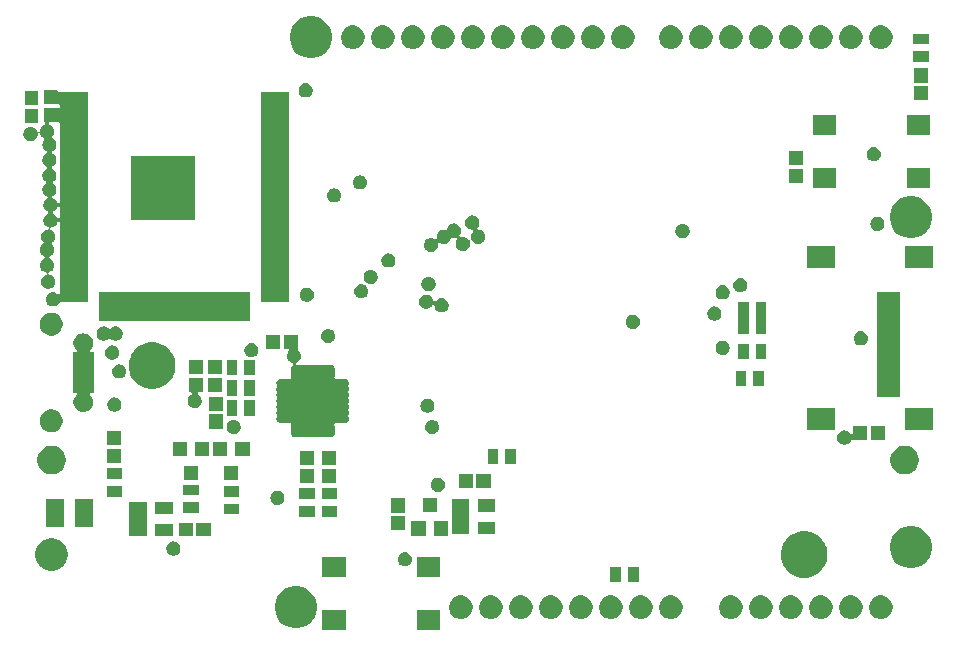
<source format=gts>
G04 #@! TF.GenerationSoftware,KiCad,Pcbnew,5.0.2-bee76a0~70~ubuntu18.04.1*
G04 #@! TF.CreationDate,2018-12-12T00:11:51+01:00*
G04 #@! TF.ProjectId,esp32-arduino,65737033-322d-4617-9264-75696e6f2e6b,1.0*
G04 #@! TF.SameCoordinates,Original*
G04 #@! TF.FileFunction,Soldermask,Top*
G04 #@! TF.FilePolarity,Negative*
%FSLAX46Y46*%
G04 Gerber Fmt 4.6, Leading zero omitted, Abs format (unit mm)*
G04 Created by KiCad (PCBNEW 5.0.2-bee76a0~70~ubuntu18.04.1) date Mi 12 Dez 2018 00:11:51 CET*
%MOMM*%
%LPD*%
G01*
G04 APERTURE LIST*
%ADD10C,0.100000*%
G04 APERTURE END LIST*
D10*
G36*
X80875000Y-129400000D02*
X78925000Y-129400000D01*
X78925000Y-127700000D01*
X80875000Y-127700000D01*
X80875000Y-129400000D01*
X80875000Y-129400000D01*
G37*
G36*
X72875000Y-129400000D02*
X70925000Y-129400000D01*
X70925000Y-127700000D01*
X72875000Y-127700000D01*
X72875000Y-129400000D01*
X72875000Y-129400000D01*
G37*
G36*
X69191394Y-125741192D02*
X69516698Y-125875937D01*
X69809468Y-126071560D01*
X70058440Y-126320532D01*
X70254063Y-126613302D01*
X70388808Y-126938606D01*
X70457500Y-127283945D01*
X70457500Y-127636055D01*
X70388808Y-127981394D01*
X70254063Y-128306698D01*
X70058440Y-128599468D01*
X69809468Y-128848440D01*
X69516698Y-129044063D01*
X69191394Y-129178808D01*
X68846055Y-129247500D01*
X68493945Y-129247500D01*
X68148606Y-129178808D01*
X67823302Y-129044063D01*
X67530532Y-128848440D01*
X67281560Y-128599468D01*
X67085937Y-128306698D01*
X66951192Y-127981394D01*
X66882500Y-127636055D01*
X66882500Y-127283945D01*
X66951192Y-126938606D01*
X67085937Y-126613302D01*
X67281560Y-126320532D01*
X67530532Y-126071560D01*
X67823302Y-125875937D01*
X68148606Y-125741192D01*
X68493945Y-125672500D01*
X68846055Y-125672500D01*
X69191394Y-125741192D01*
X69191394Y-125741192D01*
G37*
G36*
X87895770Y-126475372D02*
X88011689Y-126498429D01*
X88193678Y-126573811D01*
X88357463Y-126683249D01*
X88496751Y-126822537D01*
X88606189Y-126986322D01*
X88681571Y-127168311D01*
X88720000Y-127361509D01*
X88720000Y-127558491D01*
X88681571Y-127751689D01*
X88606189Y-127933678D01*
X88496751Y-128097463D01*
X88357463Y-128236751D01*
X88193678Y-128346189D01*
X88011689Y-128421571D01*
X87895770Y-128444628D01*
X87818493Y-128460000D01*
X87621507Y-128460000D01*
X87544230Y-128444628D01*
X87428311Y-128421571D01*
X87246322Y-128346189D01*
X87082537Y-128236751D01*
X86943249Y-128097463D01*
X86833811Y-127933678D01*
X86758429Y-127751689D01*
X86720000Y-127558491D01*
X86720000Y-127361509D01*
X86758429Y-127168311D01*
X86833811Y-126986322D01*
X86943249Y-126822537D01*
X87082537Y-126683249D01*
X87246322Y-126573811D01*
X87428311Y-126498429D01*
X87544230Y-126475372D01*
X87621507Y-126460000D01*
X87818493Y-126460000D01*
X87895770Y-126475372D01*
X87895770Y-126475372D01*
G37*
G36*
X113295770Y-126475372D02*
X113411689Y-126498429D01*
X113593678Y-126573811D01*
X113757463Y-126683249D01*
X113896751Y-126822537D01*
X114006189Y-126986322D01*
X114081571Y-127168311D01*
X114120000Y-127361509D01*
X114120000Y-127558491D01*
X114081571Y-127751689D01*
X114006189Y-127933678D01*
X113896751Y-128097463D01*
X113757463Y-128236751D01*
X113593678Y-128346189D01*
X113411689Y-128421571D01*
X113295770Y-128444628D01*
X113218493Y-128460000D01*
X113021507Y-128460000D01*
X112944230Y-128444628D01*
X112828311Y-128421571D01*
X112646322Y-128346189D01*
X112482537Y-128236751D01*
X112343249Y-128097463D01*
X112233811Y-127933678D01*
X112158429Y-127751689D01*
X112120000Y-127558491D01*
X112120000Y-127361509D01*
X112158429Y-127168311D01*
X112233811Y-126986322D01*
X112343249Y-126822537D01*
X112482537Y-126683249D01*
X112646322Y-126573811D01*
X112828311Y-126498429D01*
X112944230Y-126475372D01*
X113021507Y-126460000D01*
X113218493Y-126460000D01*
X113295770Y-126475372D01*
X113295770Y-126475372D01*
G37*
G36*
X82815770Y-126475372D02*
X82931689Y-126498429D01*
X83113678Y-126573811D01*
X83277463Y-126683249D01*
X83416751Y-126822537D01*
X83526189Y-126986322D01*
X83601571Y-127168311D01*
X83640000Y-127361509D01*
X83640000Y-127558491D01*
X83601571Y-127751689D01*
X83526189Y-127933678D01*
X83416751Y-128097463D01*
X83277463Y-128236751D01*
X83113678Y-128346189D01*
X82931689Y-128421571D01*
X82815770Y-128444628D01*
X82738493Y-128460000D01*
X82541507Y-128460000D01*
X82464230Y-128444628D01*
X82348311Y-128421571D01*
X82166322Y-128346189D01*
X82002537Y-128236751D01*
X81863249Y-128097463D01*
X81753811Y-127933678D01*
X81678429Y-127751689D01*
X81640000Y-127558491D01*
X81640000Y-127361509D01*
X81678429Y-127168311D01*
X81753811Y-126986322D01*
X81863249Y-126822537D01*
X82002537Y-126683249D01*
X82166322Y-126573811D01*
X82348311Y-126498429D01*
X82464230Y-126475372D01*
X82541507Y-126460000D01*
X82738493Y-126460000D01*
X82815770Y-126475372D01*
X82815770Y-126475372D01*
G37*
G36*
X85355770Y-126475372D02*
X85471689Y-126498429D01*
X85653678Y-126573811D01*
X85817463Y-126683249D01*
X85956751Y-126822537D01*
X86066189Y-126986322D01*
X86141571Y-127168311D01*
X86180000Y-127361509D01*
X86180000Y-127558491D01*
X86141571Y-127751689D01*
X86066189Y-127933678D01*
X85956751Y-128097463D01*
X85817463Y-128236751D01*
X85653678Y-128346189D01*
X85471689Y-128421571D01*
X85355770Y-128444628D01*
X85278493Y-128460000D01*
X85081507Y-128460000D01*
X85004230Y-128444628D01*
X84888311Y-128421571D01*
X84706322Y-128346189D01*
X84542537Y-128236751D01*
X84403249Y-128097463D01*
X84293811Y-127933678D01*
X84218429Y-127751689D01*
X84180000Y-127558491D01*
X84180000Y-127361509D01*
X84218429Y-127168311D01*
X84293811Y-126986322D01*
X84403249Y-126822537D01*
X84542537Y-126683249D01*
X84706322Y-126573811D01*
X84888311Y-126498429D01*
X85004230Y-126475372D01*
X85081507Y-126460000D01*
X85278493Y-126460000D01*
X85355770Y-126475372D01*
X85355770Y-126475372D01*
G37*
G36*
X90435770Y-126475372D02*
X90551689Y-126498429D01*
X90733678Y-126573811D01*
X90897463Y-126683249D01*
X91036751Y-126822537D01*
X91146189Y-126986322D01*
X91221571Y-127168311D01*
X91260000Y-127361509D01*
X91260000Y-127558491D01*
X91221571Y-127751689D01*
X91146189Y-127933678D01*
X91036751Y-128097463D01*
X90897463Y-128236751D01*
X90733678Y-128346189D01*
X90551689Y-128421571D01*
X90435770Y-128444628D01*
X90358493Y-128460000D01*
X90161507Y-128460000D01*
X90084230Y-128444628D01*
X89968311Y-128421571D01*
X89786322Y-128346189D01*
X89622537Y-128236751D01*
X89483249Y-128097463D01*
X89373811Y-127933678D01*
X89298429Y-127751689D01*
X89260000Y-127558491D01*
X89260000Y-127361509D01*
X89298429Y-127168311D01*
X89373811Y-126986322D01*
X89483249Y-126822537D01*
X89622537Y-126683249D01*
X89786322Y-126573811D01*
X89968311Y-126498429D01*
X90084230Y-126475372D01*
X90161507Y-126460000D01*
X90358493Y-126460000D01*
X90435770Y-126475372D01*
X90435770Y-126475372D01*
G37*
G36*
X92975770Y-126475372D02*
X93091689Y-126498429D01*
X93273678Y-126573811D01*
X93437463Y-126683249D01*
X93576751Y-126822537D01*
X93686189Y-126986322D01*
X93761571Y-127168311D01*
X93800000Y-127361509D01*
X93800000Y-127558491D01*
X93761571Y-127751689D01*
X93686189Y-127933678D01*
X93576751Y-128097463D01*
X93437463Y-128236751D01*
X93273678Y-128346189D01*
X93091689Y-128421571D01*
X92975770Y-128444628D01*
X92898493Y-128460000D01*
X92701507Y-128460000D01*
X92624230Y-128444628D01*
X92508311Y-128421571D01*
X92326322Y-128346189D01*
X92162537Y-128236751D01*
X92023249Y-128097463D01*
X91913811Y-127933678D01*
X91838429Y-127751689D01*
X91800000Y-127558491D01*
X91800000Y-127361509D01*
X91838429Y-127168311D01*
X91913811Y-126986322D01*
X92023249Y-126822537D01*
X92162537Y-126683249D01*
X92326322Y-126573811D01*
X92508311Y-126498429D01*
X92624230Y-126475372D01*
X92701507Y-126460000D01*
X92898493Y-126460000D01*
X92975770Y-126475372D01*
X92975770Y-126475372D01*
G37*
G36*
X108215770Y-126475372D02*
X108331689Y-126498429D01*
X108513678Y-126573811D01*
X108677463Y-126683249D01*
X108816751Y-126822537D01*
X108926189Y-126986322D01*
X109001571Y-127168311D01*
X109040000Y-127361509D01*
X109040000Y-127558491D01*
X109001571Y-127751689D01*
X108926189Y-127933678D01*
X108816751Y-128097463D01*
X108677463Y-128236751D01*
X108513678Y-128346189D01*
X108331689Y-128421571D01*
X108215770Y-128444628D01*
X108138493Y-128460000D01*
X107941507Y-128460000D01*
X107864230Y-128444628D01*
X107748311Y-128421571D01*
X107566322Y-128346189D01*
X107402537Y-128236751D01*
X107263249Y-128097463D01*
X107153811Y-127933678D01*
X107078429Y-127751689D01*
X107040000Y-127558491D01*
X107040000Y-127361509D01*
X107078429Y-127168311D01*
X107153811Y-126986322D01*
X107263249Y-126822537D01*
X107402537Y-126683249D01*
X107566322Y-126573811D01*
X107748311Y-126498429D01*
X107864230Y-126475372D01*
X107941507Y-126460000D01*
X108138493Y-126460000D01*
X108215770Y-126475372D01*
X108215770Y-126475372D01*
G37*
G36*
X98055770Y-126475372D02*
X98171689Y-126498429D01*
X98353678Y-126573811D01*
X98517463Y-126683249D01*
X98656751Y-126822537D01*
X98766189Y-126986322D01*
X98841571Y-127168311D01*
X98880000Y-127361509D01*
X98880000Y-127558491D01*
X98841571Y-127751689D01*
X98766189Y-127933678D01*
X98656751Y-128097463D01*
X98517463Y-128236751D01*
X98353678Y-128346189D01*
X98171689Y-128421571D01*
X98055770Y-128444628D01*
X97978493Y-128460000D01*
X97781507Y-128460000D01*
X97704230Y-128444628D01*
X97588311Y-128421571D01*
X97406322Y-128346189D01*
X97242537Y-128236751D01*
X97103249Y-128097463D01*
X96993811Y-127933678D01*
X96918429Y-127751689D01*
X96880000Y-127558491D01*
X96880000Y-127361509D01*
X96918429Y-127168311D01*
X96993811Y-126986322D01*
X97103249Y-126822537D01*
X97242537Y-126683249D01*
X97406322Y-126573811D01*
X97588311Y-126498429D01*
X97704230Y-126475372D01*
X97781507Y-126460000D01*
X97978493Y-126460000D01*
X98055770Y-126475372D01*
X98055770Y-126475372D01*
G37*
G36*
X100595770Y-126475372D02*
X100711689Y-126498429D01*
X100893678Y-126573811D01*
X101057463Y-126683249D01*
X101196751Y-126822537D01*
X101306189Y-126986322D01*
X101381571Y-127168311D01*
X101420000Y-127361509D01*
X101420000Y-127558491D01*
X101381571Y-127751689D01*
X101306189Y-127933678D01*
X101196751Y-128097463D01*
X101057463Y-128236751D01*
X100893678Y-128346189D01*
X100711689Y-128421571D01*
X100595770Y-128444628D01*
X100518493Y-128460000D01*
X100321507Y-128460000D01*
X100244230Y-128444628D01*
X100128311Y-128421571D01*
X99946322Y-128346189D01*
X99782537Y-128236751D01*
X99643249Y-128097463D01*
X99533811Y-127933678D01*
X99458429Y-127751689D01*
X99420000Y-127558491D01*
X99420000Y-127361509D01*
X99458429Y-127168311D01*
X99533811Y-126986322D01*
X99643249Y-126822537D01*
X99782537Y-126683249D01*
X99946322Y-126573811D01*
X100128311Y-126498429D01*
X100244230Y-126475372D01*
X100321507Y-126460000D01*
X100518493Y-126460000D01*
X100595770Y-126475372D01*
X100595770Y-126475372D01*
G37*
G36*
X118375770Y-126475372D02*
X118491689Y-126498429D01*
X118673678Y-126573811D01*
X118837463Y-126683249D01*
X118976751Y-126822537D01*
X119086189Y-126986322D01*
X119161571Y-127168311D01*
X119200000Y-127361509D01*
X119200000Y-127558491D01*
X119161571Y-127751689D01*
X119086189Y-127933678D01*
X118976751Y-128097463D01*
X118837463Y-128236751D01*
X118673678Y-128346189D01*
X118491689Y-128421571D01*
X118375770Y-128444628D01*
X118298493Y-128460000D01*
X118101507Y-128460000D01*
X118024230Y-128444628D01*
X117908311Y-128421571D01*
X117726322Y-128346189D01*
X117562537Y-128236751D01*
X117423249Y-128097463D01*
X117313811Y-127933678D01*
X117238429Y-127751689D01*
X117200000Y-127558491D01*
X117200000Y-127361509D01*
X117238429Y-127168311D01*
X117313811Y-126986322D01*
X117423249Y-126822537D01*
X117562537Y-126683249D01*
X117726322Y-126573811D01*
X117908311Y-126498429D01*
X118024230Y-126475372D01*
X118101507Y-126460000D01*
X118298493Y-126460000D01*
X118375770Y-126475372D01*
X118375770Y-126475372D01*
G37*
G36*
X115835770Y-126475372D02*
X115951689Y-126498429D01*
X116133678Y-126573811D01*
X116297463Y-126683249D01*
X116436751Y-126822537D01*
X116546189Y-126986322D01*
X116621571Y-127168311D01*
X116660000Y-127361509D01*
X116660000Y-127558491D01*
X116621571Y-127751689D01*
X116546189Y-127933678D01*
X116436751Y-128097463D01*
X116297463Y-128236751D01*
X116133678Y-128346189D01*
X115951689Y-128421571D01*
X115835770Y-128444628D01*
X115758493Y-128460000D01*
X115561507Y-128460000D01*
X115484230Y-128444628D01*
X115368311Y-128421571D01*
X115186322Y-128346189D01*
X115022537Y-128236751D01*
X114883249Y-128097463D01*
X114773811Y-127933678D01*
X114698429Y-127751689D01*
X114660000Y-127558491D01*
X114660000Y-127361509D01*
X114698429Y-127168311D01*
X114773811Y-126986322D01*
X114883249Y-126822537D01*
X115022537Y-126683249D01*
X115186322Y-126573811D01*
X115368311Y-126498429D01*
X115484230Y-126475372D01*
X115561507Y-126460000D01*
X115758493Y-126460000D01*
X115835770Y-126475372D01*
X115835770Y-126475372D01*
G37*
G36*
X110755770Y-126475372D02*
X110871689Y-126498429D01*
X111053678Y-126573811D01*
X111217463Y-126683249D01*
X111356751Y-126822537D01*
X111466189Y-126986322D01*
X111541571Y-127168311D01*
X111580000Y-127361509D01*
X111580000Y-127558491D01*
X111541571Y-127751689D01*
X111466189Y-127933678D01*
X111356751Y-128097463D01*
X111217463Y-128236751D01*
X111053678Y-128346189D01*
X110871689Y-128421571D01*
X110755770Y-128444628D01*
X110678493Y-128460000D01*
X110481507Y-128460000D01*
X110404230Y-128444628D01*
X110288311Y-128421571D01*
X110106322Y-128346189D01*
X109942537Y-128236751D01*
X109803249Y-128097463D01*
X109693811Y-127933678D01*
X109618429Y-127751689D01*
X109580000Y-127558491D01*
X109580000Y-127361509D01*
X109618429Y-127168311D01*
X109693811Y-126986322D01*
X109803249Y-126822537D01*
X109942537Y-126683249D01*
X110106322Y-126573811D01*
X110288311Y-126498429D01*
X110404230Y-126475372D01*
X110481507Y-126460000D01*
X110678493Y-126460000D01*
X110755770Y-126475372D01*
X110755770Y-126475372D01*
G37*
G36*
X105675770Y-126475372D02*
X105791689Y-126498429D01*
X105973678Y-126573811D01*
X106137463Y-126683249D01*
X106276751Y-126822537D01*
X106386189Y-126986322D01*
X106461571Y-127168311D01*
X106500000Y-127361509D01*
X106500000Y-127558491D01*
X106461571Y-127751689D01*
X106386189Y-127933678D01*
X106276751Y-128097463D01*
X106137463Y-128236751D01*
X105973678Y-128346189D01*
X105791689Y-128421571D01*
X105675770Y-128444628D01*
X105598493Y-128460000D01*
X105401507Y-128460000D01*
X105324230Y-128444628D01*
X105208311Y-128421571D01*
X105026322Y-128346189D01*
X104862537Y-128236751D01*
X104723249Y-128097463D01*
X104613811Y-127933678D01*
X104538429Y-127751689D01*
X104500000Y-127558491D01*
X104500000Y-127361509D01*
X104538429Y-127168311D01*
X104613811Y-126986322D01*
X104723249Y-126822537D01*
X104862537Y-126683249D01*
X105026322Y-126573811D01*
X105208311Y-126498429D01*
X105324230Y-126475372D01*
X105401507Y-126460000D01*
X105598493Y-126460000D01*
X105675770Y-126475372D01*
X105675770Y-126475372D01*
G37*
G36*
X95515770Y-126475372D02*
X95631689Y-126498429D01*
X95813678Y-126573811D01*
X95977463Y-126683249D01*
X96116751Y-126822537D01*
X96226189Y-126986322D01*
X96301571Y-127168311D01*
X96340000Y-127361509D01*
X96340000Y-127558491D01*
X96301571Y-127751689D01*
X96226189Y-127933678D01*
X96116751Y-128097463D01*
X95977463Y-128236751D01*
X95813678Y-128346189D01*
X95631689Y-128421571D01*
X95515770Y-128444628D01*
X95438493Y-128460000D01*
X95241507Y-128460000D01*
X95164230Y-128444628D01*
X95048311Y-128421571D01*
X94866322Y-128346189D01*
X94702537Y-128236751D01*
X94563249Y-128097463D01*
X94453811Y-127933678D01*
X94378429Y-127751689D01*
X94340000Y-127558491D01*
X94340000Y-127361509D01*
X94378429Y-127168311D01*
X94453811Y-126986322D01*
X94563249Y-126822537D01*
X94702537Y-126683249D01*
X94866322Y-126573811D01*
X95048311Y-126498429D01*
X95164230Y-126475372D01*
X95241507Y-126460000D01*
X95438493Y-126460000D01*
X95515770Y-126475372D01*
X95515770Y-126475372D01*
G37*
G36*
X97700000Y-125350000D02*
X96800000Y-125350000D01*
X96800000Y-124050000D01*
X97700000Y-124050000D01*
X97700000Y-125350000D01*
X97700000Y-125350000D01*
G37*
G36*
X96200000Y-125350000D02*
X95300000Y-125350000D01*
X95300000Y-124050000D01*
X96200000Y-124050000D01*
X96200000Y-125350000D01*
X96200000Y-125350000D01*
G37*
G36*
X112276086Y-121100898D02*
X112424965Y-121162566D01*
X112635512Y-121249777D01*
X112958992Y-121465919D01*
X113234081Y-121741008D01*
X113450223Y-122064488D01*
X113512895Y-122215793D01*
X113599102Y-122423914D01*
X113602482Y-122440905D01*
X113675000Y-122805478D01*
X113675000Y-123194522D01*
X113645883Y-123340904D01*
X113599316Y-123575012D01*
X113599102Y-123576085D01*
X113450223Y-123935512D01*
X113234081Y-124258992D01*
X112958992Y-124534081D01*
X112635512Y-124750223D01*
X112424965Y-124837434D01*
X112276086Y-124899102D01*
X111894522Y-124975000D01*
X111505478Y-124975000D01*
X111123914Y-124899102D01*
X110975035Y-124837434D01*
X110764488Y-124750223D01*
X110441008Y-124534081D01*
X110165919Y-124258992D01*
X109949777Y-123935512D01*
X109800898Y-123576085D01*
X109800685Y-123575012D01*
X109754117Y-123340904D01*
X109725000Y-123194522D01*
X109725000Y-122805478D01*
X109797518Y-122440905D01*
X109800898Y-122423914D01*
X109887105Y-122215793D01*
X109949777Y-122064488D01*
X110165919Y-121741008D01*
X110441008Y-121465919D01*
X110764488Y-121249777D01*
X110975035Y-121162566D01*
X111123914Y-121100898D01*
X111505478Y-121025000D01*
X111894522Y-121025000D01*
X112276086Y-121100898D01*
X112276086Y-121100898D01*
G37*
G36*
X72875000Y-124900000D02*
X70925000Y-124900000D01*
X70925000Y-123200000D01*
X72875000Y-123200000D01*
X72875000Y-124900000D01*
X72875000Y-124900000D01*
G37*
G36*
X80875000Y-124900000D02*
X78925000Y-124900000D01*
X78925000Y-123200000D01*
X80875000Y-123200000D01*
X80875000Y-124900000D01*
X80875000Y-124900000D01*
G37*
G36*
X48396905Y-121658608D02*
X48650781Y-121763767D01*
X48879264Y-121916435D01*
X49073565Y-122110736D01*
X49226233Y-122339219D01*
X49331392Y-122593095D01*
X49385000Y-122862603D01*
X49385000Y-123137397D01*
X49331392Y-123406905D01*
X49226233Y-123660781D01*
X49073565Y-123889264D01*
X48879264Y-124083565D01*
X48650781Y-124236233D01*
X48396905Y-124341392D01*
X48127397Y-124395000D01*
X47852603Y-124395000D01*
X47583095Y-124341392D01*
X47329219Y-124236233D01*
X47100736Y-124083565D01*
X46906435Y-123889264D01*
X46753767Y-123660781D01*
X46648608Y-123406905D01*
X46595000Y-123137397D01*
X46595000Y-122862603D01*
X46648608Y-122593095D01*
X46753767Y-122339219D01*
X46906435Y-122110736D01*
X47100736Y-121916435D01*
X47329219Y-121763767D01*
X47583095Y-121658608D01*
X47852603Y-121605000D01*
X48127397Y-121605000D01*
X48396905Y-121658608D01*
X48396905Y-121658608D01*
G37*
G36*
X121261394Y-120661192D02*
X121586698Y-120795937D01*
X121879468Y-120991560D01*
X122128440Y-121240532D01*
X122324063Y-121533302D01*
X122458808Y-121858606D01*
X122527500Y-122203945D01*
X122527500Y-122556055D01*
X122458808Y-122901394D01*
X122324063Y-123226698D01*
X122128440Y-123519468D01*
X121879468Y-123768440D01*
X121586698Y-123964063D01*
X121261394Y-124098808D01*
X120916055Y-124167500D01*
X120563945Y-124167500D01*
X120218606Y-124098808D01*
X119893302Y-123964063D01*
X119600532Y-123768440D01*
X119351560Y-123519468D01*
X119155937Y-123226698D01*
X119021192Y-122901394D01*
X118952500Y-122556055D01*
X118952500Y-122203945D01*
X119021192Y-121858606D01*
X119155937Y-121533302D01*
X119351560Y-121240532D01*
X119600532Y-120991560D01*
X119893302Y-120795937D01*
X120218606Y-120661192D01*
X120563945Y-120592500D01*
X120916055Y-120592500D01*
X121261394Y-120661192D01*
X121261394Y-120661192D01*
G37*
G36*
X78075012Y-122823057D02*
X78184207Y-122868287D01*
X78282481Y-122933952D01*
X78366048Y-123017519D01*
X78431713Y-123115793D01*
X78476943Y-123224988D01*
X78500000Y-123340904D01*
X78500000Y-123459096D01*
X78476943Y-123575012D01*
X78431713Y-123684207D01*
X78366048Y-123782481D01*
X78282481Y-123866048D01*
X78184207Y-123931713D01*
X78075012Y-123976943D01*
X77959096Y-124000000D01*
X77840904Y-124000000D01*
X77724988Y-123976943D01*
X77615793Y-123931713D01*
X77517519Y-123866048D01*
X77433952Y-123782481D01*
X77368287Y-123684207D01*
X77323057Y-123575012D01*
X77300000Y-123459096D01*
X77300000Y-123340904D01*
X77323057Y-123224988D01*
X77368287Y-123115793D01*
X77433952Y-123017519D01*
X77517519Y-122933952D01*
X77615793Y-122868287D01*
X77724988Y-122823057D01*
X77840904Y-122800000D01*
X77959096Y-122800000D01*
X78075012Y-122823057D01*
X78075012Y-122823057D01*
G37*
G36*
X58475012Y-121923057D02*
X58584207Y-121968287D01*
X58682481Y-122033952D01*
X58766048Y-122117519D01*
X58831713Y-122215793D01*
X58876943Y-122324988D01*
X58900000Y-122440904D01*
X58900000Y-122559096D01*
X58876943Y-122675012D01*
X58831713Y-122784207D01*
X58766048Y-122882481D01*
X58682481Y-122966048D01*
X58584207Y-123031713D01*
X58475012Y-123076943D01*
X58359096Y-123100000D01*
X58240904Y-123100000D01*
X58124988Y-123076943D01*
X58015793Y-123031713D01*
X57917519Y-122966048D01*
X57833952Y-122882481D01*
X57768287Y-122784207D01*
X57723057Y-122675012D01*
X57700000Y-122559096D01*
X57700000Y-122440904D01*
X57723057Y-122324988D01*
X57768287Y-122215793D01*
X57833952Y-122117519D01*
X57917519Y-122033952D01*
X58015793Y-121968287D01*
X58124988Y-121923057D01*
X58240904Y-121900000D01*
X58359096Y-121900000D01*
X58475012Y-121923057D01*
X58475012Y-121923057D01*
G37*
G36*
X58230000Y-121475000D02*
X56770000Y-121475000D01*
X56770000Y-120425000D01*
X58230000Y-120425000D01*
X58230000Y-121475000D01*
X58230000Y-121475000D01*
G37*
G36*
X61450000Y-121475000D02*
X60250000Y-121475000D01*
X60250000Y-120325000D01*
X61450000Y-120325000D01*
X61450000Y-121475000D01*
X61450000Y-121475000D01*
G37*
G36*
X59950000Y-121475000D02*
X58750000Y-121475000D01*
X58750000Y-120325000D01*
X59950000Y-120325000D01*
X59950000Y-121475000D01*
X59950000Y-121475000D01*
G37*
G36*
X56030000Y-121475000D02*
X54570000Y-121475000D01*
X54570000Y-118525000D01*
X56030000Y-118525000D01*
X56030000Y-121475000D01*
X56030000Y-121475000D01*
G37*
G36*
X81550050Y-121400810D02*
X80349950Y-121400810D01*
X80349950Y-120200710D01*
X81550050Y-120200710D01*
X81550050Y-121400810D01*
X81550050Y-121400810D01*
G37*
G36*
X79650050Y-121400810D02*
X78449950Y-121400810D01*
X78449950Y-120200710D01*
X79650050Y-120200710D01*
X79650050Y-121400810D01*
X79650050Y-121400810D01*
G37*
G36*
X83330000Y-121275000D02*
X81870000Y-121275000D01*
X81870000Y-118325000D01*
X83330000Y-118325000D01*
X83330000Y-121275000D01*
X83330000Y-121275000D01*
G37*
G36*
X85530000Y-121275000D02*
X84070000Y-121275000D01*
X84070000Y-120225000D01*
X85530000Y-120225000D01*
X85530000Y-121275000D01*
X85530000Y-121275000D01*
G37*
G36*
X77875000Y-120950000D02*
X76725000Y-120950000D01*
X76725000Y-119750000D01*
X77875000Y-119750000D01*
X77875000Y-120950000D01*
X77875000Y-120950000D01*
G37*
G36*
X51474190Y-120714730D02*
X49933730Y-120714730D01*
X49933730Y-118285270D01*
X51474190Y-118285270D01*
X51474190Y-120714730D01*
X51474190Y-120714730D01*
G37*
G36*
X49066270Y-120714730D02*
X47525810Y-120714730D01*
X47525810Y-118285270D01*
X49066270Y-118285270D01*
X49066270Y-120714730D01*
X49066270Y-120714730D01*
G37*
G36*
X72150000Y-119800000D02*
X70850000Y-119800000D01*
X70850000Y-118900000D01*
X72150000Y-118900000D01*
X72150000Y-119800000D01*
X72150000Y-119800000D01*
G37*
G36*
X70250000Y-119800000D02*
X68950000Y-119800000D01*
X68950000Y-118900000D01*
X70250000Y-118900000D01*
X70250000Y-119800000D01*
X70250000Y-119800000D01*
G37*
G36*
X63850000Y-119600000D02*
X62550000Y-119600000D01*
X62550000Y-118700000D01*
X63850000Y-118700000D01*
X63850000Y-119600000D01*
X63850000Y-119600000D01*
G37*
G36*
X58230000Y-119575000D02*
X56770000Y-119575000D01*
X56770000Y-118525000D01*
X58230000Y-118525000D01*
X58230000Y-119575000D01*
X58230000Y-119575000D01*
G37*
G36*
X60450000Y-119500000D02*
X59150000Y-119500000D01*
X59150000Y-118600000D01*
X60450000Y-118600000D01*
X60450000Y-119500000D01*
X60450000Y-119500000D01*
G37*
G36*
X77875000Y-119450000D02*
X76725000Y-119450000D01*
X76725000Y-118250000D01*
X77875000Y-118250000D01*
X77875000Y-119450000D01*
X77875000Y-119450000D01*
G37*
G36*
X80600050Y-119401830D02*
X79399950Y-119401830D01*
X79399950Y-118201730D01*
X80600050Y-118201730D01*
X80600050Y-119401830D01*
X80600050Y-119401830D01*
G37*
G36*
X85530000Y-119375000D02*
X84070000Y-119375000D01*
X84070000Y-118325000D01*
X85530000Y-118325000D01*
X85530000Y-119375000D01*
X85530000Y-119375000D01*
G37*
G36*
X67275012Y-117623057D02*
X67384207Y-117668287D01*
X67482481Y-117733952D01*
X67566048Y-117817519D01*
X67631713Y-117915793D01*
X67676943Y-118024988D01*
X67700000Y-118140904D01*
X67700000Y-118259096D01*
X67676943Y-118375012D01*
X67631713Y-118484207D01*
X67566048Y-118582481D01*
X67482481Y-118666048D01*
X67384207Y-118731713D01*
X67275012Y-118776943D01*
X67159096Y-118800000D01*
X67040904Y-118800000D01*
X66924988Y-118776943D01*
X66815793Y-118731713D01*
X66717519Y-118666048D01*
X66633952Y-118582481D01*
X66568287Y-118484207D01*
X66523057Y-118375012D01*
X66500000Y-118259096D01*
X66500000Y-118140904D01*
X66523057Y-118024988D01*
X66568287Y-117915793D01*
X66633952Y-117817519D01*
X66717519Y-117733952D01*
X66815793Y-117668287D01*
X66924988Y-117623057D01*
X67040904Y-117600000D01*
X67159096Y-117600000D01*
X67275012Y-117623057D01*
X67275012Y-117623057D01*
G37*
G36*
X72150000Y-118300000D02*
X70850000Y-118300000D01*
X70850000Y-117400000D01*
X72150000Y-117400000D01*
X72150000Y-118300000D01*
X72150000Y-118300000D01*
G37*
G36*
X70250000Y-118300000D02*
X68950000Y-118300000D01*
X68950000Y-117400000D01*
X70250000Y-117400000D01*
X70250000Y-118300000D01*
X70250000Y-118300000D01*
G37*
G36*
X63850000Y-118100000D02*
X62550000Y-118100000D01*
X62550000Y-117200000D01*
X63850000Y-117200000D01*
X63850000Y-118100000D01*
X63850000Y-118100000D01*
G37*
G36*
X53950000Y-118100000D02*
X52650000Y-118100000D01*
X52650000Y-117200000D01*
X53950000Y-117200000D01*
X53950000Y-118100000D01*
X53950000Y-118100000D01*
G37*
G36*
X60450000Y-118000000D02*
X59150000Y-118000000D01*
X59150000Y-117100000D01*
X60450000Y-117100000D01*
X60450000Y-118000000D01*
X60450000Y-118000000D01*
G37*
G36*
X80875012Y-116523057D02*
X80984207Y-116568287D01*
X81082481Y-116633952D01*
X81166048Y-116717519D01*
X81231713Y-116815793D01*
X81276943Y-116924988D01*
X81300000Y-117040904D01*
X81300000Y-117159096D01*
X81276943Y-117275012D01*
X81231713Y-117384207D01*
X81166048Y-117482481D01*
X81082481Y-117566048D01*
X80984207Y-117631713D01*
X80875012Y-117676943D01*
X80759096Y-117700000D01*
X80640904Y-117700000D01*
X80524988Y-117676943D01*
X80415793Y-117631713D01*
X80317519Y-117566048D01*
X80233952Y-117482481D01*
X80168287Y-117384207D01*
X80123057Y-117275012D01*
X80100000Y-117159096D01*
X80100000Y-117040904D01*
X80123057Y-116924988D01*
X80168287Y-116815793D01*
X80233952Y-116717519D01*
X80317519Y-116633952D01*
X80415793Y-116568287D01*
X80524988Y-116523057D01*
X80640904Y-116500000D01*
X80759096Y-116500000D01*
X80875012Y-116523057D01*
X80875012Y-116523057D01*
G37*
G36*
X83650000Y-117375000D02*
X82450000Y-117375000D01*
X82450000Y-116225000D01*
X83650000Y-116225000D01*
X83650000Y-117375000D01*
X83650000Y-117375000D01*
G37*
G36*
X85150000Y-117375000D02*
X83950000Y-117375000D01*
X83950000Y-116225000D01*
X85150000Y-116225000D01*
X85150000Y-117375000D01*
X85150000Y-117375000D01*
G37*
G36*
X72098780Y-116948080D02*
X70901220Y-116948080D01*
X70901220Y-115750520D01*
X72098780Y-115750520D01*
X72098780Y-116948080D01*
X72098780Y-116948080D01*
G37*
G36*
X70198780Y-116948080D02*
X69001220Y-116948080D01*
X69001220Y-115750520D01*
X70198780Y-115750520D01*
X70198780Y-116948080D01*
X70198780Y-116948080D01*
G37*
G36*
X63800050Y-116698270D02*
X62599950Y-116698270D01*
X62599950Y-115498170D01*
X63800050Y-115498170D01*
X63800050Y-116698270D01*
X63800050Y-116698270D01*
G37*
G36*
X60400050Y-116698270D02*
X59199950Y-116698270D01*
X59199950Y-115498170D01*
X60400050Y-115498170D01*
X60400050Y-116698270D01*
X60400050Y-116698270D01*
G37*
G36*
X53950000Y-116600000D02*
X52650000Y-116600000D01*
X52650000Y-115700000D01*
X53950000Y-115700000D01*
X53950000Y-116600000D01*
X53950000Y-116600000D01*
G37*
G36*
X120560026Y-113846115D02*
X120778412Y-113936573D01*
X120974958Y-114067901D01*
X121142099Y-114235042D01*
X121273427Y-114431588D01*
X121363885Y-114649974D01*
X121410000Y-114881809D01*
X121410000Y-115118191D01*
X121363885Y-115350026D01*
X121273427Y-115568412D01*
X121142099Y-115764958D01*
X120974958Y-115932099D01*
X120778412Y-116063427D01*
X120560026Y-116153885D01*
X120328191Y-116200000D01*
X120091809Y-116200000D01*
X119859974Y-116153885D01*
X119641588Y-116063427D01*
X119445042Y-115932099D01*
X119277901Y-115764958D01*
X119146573Y-115568412D01*
X119056115Y-115350026D01*
X119010000Y-115118191D01*
X119010000Y-114881809D01*
X119056115Y-114649974D01*
X119146573Y-114431588D01*
X119277901Y-114235042D01*
X119445042Y-114067901D01*
X119641588Y-113936573D01*
X119859974Y-113846115D01*
X120091809Y-113800000D01*
X120328191Y-113800000D01*
X120560026Y-113846115D01*
X120560026Y-113846115D01*
G37*
G36*
X48340026Y-113846115D02*
X48558412Y-113936573D01*
X48754958Y-114067901D01*
X48922099Y-114235042D01*
X49053427Y-114431588D01*
X49143885Y-114649974D01*
X49190000Y-114881809D01*
X49190000Y-115118191D01*
X49143885Y-115350026D01*
X49053427Y-115568412D01*
X48922099Y-115764958D01*
X48754958Y-115932099D01*
X48558412Y-116063427D01*
X48340026Y-116153885D01*
X48108191Y-116200000D01*
X47871809Y-116200000D01*
X47639974Y-116153885D01*
X47421588Y-116063427D01*
X47225042Y-115932099D01*
X47057901Y-115764958D01*
X46926573Y-115568412D01*
X46836115Y-115350026D01*
X46790000Y-115118191D01*
X46790000Y-114881809D01*
X46836115Y-114649974D01*
X46926573Y-114431588D01*
X47057901Y-114235042D01*
X47225042Y-114067901D01*
X47421588Y-113936573D01*
X47639974Y-113846115D01*
X47871809Y-113800000D01*
X48108191Y-113800000D01*
X48340026Y-113846115D01*
X48340026Y-113846115D01*
G37*
G36*
X70198780Y-115449480D02*
X69001220Y-115449480D01*
X69001220Y-114251920D01*
X70198780Y-114251920D01*
X70198780Y-115449480D01*
X70198780Y-115449480D01*
G37*
G36*
X72098780Y-115449480D02*
X70901220Y-115449480D01*
X70901220Y-114251920D01*
X72098780Y-114251920D01*
X72098780Y-115449480D01*
X72098780Y-115449480D01*
G37*
G36*
X87300000Y-115350000D02*
X86400000Y-115350000D01*
X86400000Y-114050000D01*
X87300000Y-114050000D01*
X87300000Y-115350000D01*
X87300000Y-115350000D01*
G37*
G36*
X85800000Y-115350000D02*
X84900000Y-115350000D01*
X84900000Y-114050000D01*
X85800000Y-114050000D01*
X85800000Y-115350000D01*
X85800000Y-115350000D01*
G37*
G36*
X53898780Y-115248080D02*
X52701220Y-115248080D01*
X52701220Y-114050520D01*
X53898780Y-114050520D01*
X53898780Y-115248080D01*
X53898780Y-115248080D01*
G37*
G36*
X64750050Y-114699290D02*
X63549950Y-114699290D01*
X63549950Y-113499190D01*
X64750050Y-113499190D01*
X64750050Y-114699290D01*
X64750050Y-114699290D01*
G37*
G36*
X62850050Y-114699290D02*
X61649950Y-114699290D01*
X61649950Y-113499190D01*
X62850050Y-113499190D01*
X62850050Y-114699290D01*
X62850050Y-114699290D01*
G37*
G36*
X61350050Y-114699290D02*
X60149950Y-114699290D01*
X60149950Y-113499190D01*
X61350050Y-113499190D01*
X61350050Y-114699290D01*
X61350050Y-114699290D01*
G37*
G36*
X59450050Y-114699290D02*
X58249950Y-114699290D01*
X58249950Y-113499190D01*
X59450050Y-113499190D01*
X59450050Y-114699290D01*
X59450050Y-114699290D01*
G37*
G36*
X53898780Y-113749480D02*
X52701220Y-113749480D01*
X52701220Y-112551920D01*
X53898780Y-112551920D01*
X53898780Y-113749480D01*
X53898780Y-113749480D01*
G37*
G36*
X117050000Y-113275000D02*
X115760471Y-113275000D01*
X115736085Y-113277402D01*
X115712636Y-113284515D01*
X115691025Y-113296066D01*
X115672083Y-113311612D01*
X115656537Y-113330554D01*
X115644987Y-113352163D01*
X115631715Y-113384204D01*
X115566048Y-113482481D01*
X115482481Y-113566048D01*
X115384207Y-113631713D01*
X115275012Y-113676943D01*
X115159096Y-113700000D01*
X115040904Y-113700000D01*
X114924988Y-113676943D01*
X114815793Y-113631713D01*
X114717519Y-113566048D01*
X114633952Y-113482481D01*
X114568287Y-113384207D01*
X114523057Y-113275012D01*
X114500000Y-113159096D01*
X114500000Y-113040904D01*
X114523057Y-112924988D01*
X114568287Y-112815793D01*
X114633952Y-112717519D01*
X114717519Y-112633952D01*
X114815793Y-112568287D01*
X114924988Y-112523057D01*
X115040904Y-112500000D01*
X115159096Y-112500000D01*
X115275012Y-112523057D01*
X115384207Y-112568287D01*
X115482481Y-112633952D01*
X115566048Y-112717519D01*
X115621066Y-112799859D01*
X115636612Y-112818801D01*
X115655554Y-112834347D01*
X115677165Y-112845898D01*
X115700614Y-112853011D01*
X115725000Y-112855413D01*
X115749386Y-112853011D01*
X115772835Y-112845898D01*
X115794446Y-112834347D01*
X115813388Y-112818801D01*
X115828934Y-112799859D01*
X115840485Y-112778248D01*
X115847598Y-112754799D01*
X115850000Y-112730413D01*
X115850000Y-112125000D01*
X117050000Y-112125000D01*
X117050000Y-113275000D01*
X117050000Y-113275000D01*
G37*
G36*
X118550000Y-113275000D02*
X117350000Y-113275000D01*
X117350000Y-112125000D01*
X118550000Y-112125000D01*
X118550000Y-113275000D01*
X118550000Y-113275000D01*
G37*
G36*
X68850000Y-105634745D02*
X68852402Y-105659131D01*
X68859515Y-105682580D01*
X68871066Y-105704191D01*
X68886612Y-105723133D01*
X68973523Y-105810044D01*
X69039188Y-105908318D01*
X69084418Y-106017513D01*
X69107475Y-106133429D01*
X69107475Y-106251621D01*
X69084418Y-106367537D01*
X69039188Y-106476732D01*
X68973523Y-106575006D01*
X68889956Y-106658573D01*
X68791679Y-106724240D01*
X68765643Y-106735024D01*
X68744032Y-106746575D01*
X68725089Y-106762120D01*
X68709544Y-106781062D01*
X68697992Y-106802673D01*
X68690879Y-106826122D01*
X68688477Y-106850508D01*
X68690879Y-106874894D01*
X68697992Y-106898343D01*
X68709543Y-106919954D01*
X68725088Y-106938897D01*
X68744030Y-106954442D01*
X68754554Y-106960750D01*
X68791078Y-106980272D01*
X68813717Y-106989649D01*
X68837750Y-106994429D01*
X68862254Y-106994429D01*
X68886288Y-106989648D01*
X68908925Y-106980271D01*
X68965409Y-106950080D01*
X68965412Y-106950079D01*
X68965414Y-106950078D01*
X69031389Y-106930065D01*
X69031390Y-106930065D01*
X69031393Y-106930064D01*
X69100000Y-106923307D01*
X69168608Y-106930064D01*
X69168611Y-106930065D01*
X69168612Y-106930065D01*
X69234587Y-106950078D01*
X69242751Y-106954442D01*
X69291077Y-106980272D01*
X69313716Y-106989649D01*
X69337750Y-106994429D01*
X69362254Y-106994429D01*
X69386288Y-106989648D01*
X69408925Y-106980271D01*
X69465409Y-106950080D01*
X69465412Y-106950079D01*
X69465414Y-106950078D01*
X69531389Y-106930065D01*
X69531390Y-106930065D01*
X69531393Y-106930064D01*
X69600000Y-106923307D01*
X69668608Y-106930064D01*
X69668611Y-106930065D01*
X69668612Y-106930065D01*
X69734587Y-106950078D01*
X69742751Y-106954442D01*
X69791077Y-106980272D01*
X69813716Y-106989649D01*
X69837750Y-106994429D01*
X69862254Y-106994429D01*
X69886288Y-106989648D01*
X69908925Y-106980271D01*
X69965409Y-106950080D01*
X69965412Y-106950079D01*
X69965414Y-106950078D01*
X70031389Y-106930065D01*
X70031390Y-106930065D01*
X70031393Y-106930064D01*
X70100000Y-106923307D01*
X70168608Y-106930064D01*
X70168611Y-106930065D01*
X70168612Y-106930065D01*
X70234587Y-106950078D01*
X70242751Y-106954442D01*
X70291077Y-106980272D01*
X70313716Y-106989649D01*
X70337750Y-106994429D01*
X70362254Y-106994429D01*
X70386288Y-106989648D01*
X70408925Y-106980271D01*
X70465409Y-106950080D01*
X70465412Y-106950079D01*
X70465414Y-106950078D01*
X70531389Y-106930065D01*
X70531390Y-106930065D01*
X70531393Y-106930064D01*
X70600000Y-106923307D01*
X70668608Y-106930064D01*
X70668611Y-106930065D01*
X70668612Y-106930065D01*
X70734587Y-106950078D01*
X70742751Y-106954442D01*
X70791077Y-106980272D01*
X70813716Y-106989649D01*
X70837750Y-106994429D01*
X70862254Y-106994429D01*
X70886288Y-106989648D01*
X70908925Y-106980271D01*
X70965409Y-106950080D01*
X70965412Y-106950079D01*
X70965414Y-106950078D01*
X71031389Y-106930065D01*
X71031390Y-106930065D01*
X71031393Y-106930064D01*
X71100000Y-106923307D01*
X71168608Y-106930064D01*
X71168611Y-106930065D01*
X71168612Y-106930065D01*
X71234587Y-106950078D01*
X71242751Y-106954442D01*
X71291077Y-106980272D01*
X71313716Y-106989649D01*
X71337750Y-106994429D01*
X71362254Y-106994429D01*
X71386288Y-106989648D01*
X71408925Y-106980271D01*
X71465409Y-106950080D01*
X71465412Y-106950079D01*
X71465414Y-106950078D01*
X71531389Y-106930065D01*
X71531390Y-106930065D01*
X71531393Y-106930064D01*
X71600000Y-106923307D01*
X71668608Y-106930064D01*
X71668611Y-106930065D01*
X71668612Y-106930065D01*
X71734587Y-106950078D01*
X71734589Y-106950079D01*
X71734592Y-106950080D01*
X71795391Y-106982577D01*
X71848685Y-107026315D01*
X71892423Y-107079609D01*
X71924920Y-107140408D01*
X71924921Y-107140411D01*
X71924922Y-107140413D01*
X71942724Y-107199100D01*
X71944936Y-107206392D01*
X71950000Y-107257808D01*
X71950000Y-107842192D01*
X71944936Y-107893610D01*
X71923670Y-107963715D01*
X71918890Y-107987748D01*
X71918890Y-108012252D01*
X71923671Y-108036286D01*
X71933048Y-108058925D01*
X71946662Y-108079299D01*
X71963989Y-108096627D01*
X71984364Y-108110240D01*
X71988466Y-108111939D01*
X71996066Y-108126158D01*
X72011612Y-108145100D01*
X72030554Y-108160646D01*
X72052165Y-108172197D01*
X72075614Y-108179310D01*
X72100000Y-108181712D01*
X72136285Y-108176330D01*
X72206390Y-108155064D01*
X72257808Y-108150000D01*
X72842192Y-108150000D01*
X72893608Y-108155064D01*
X72893611Y-108155065D01*
X72893612Y-108155065D01*
X72959587Y-108175078D01*
X72959589Y-108175079D01*
X72959592Y-108175080D01*
X73020391Y-108207577D01*
X73073685Y-108251315D01*
X73117423Y-108304609D01*
X73149920Y-108365408D01*
X73169936Y-108431392D01*
X73176693Y-108500000D01*
X73169936Y-108568608D01*
X73169935Y-108568611D01*
X73169935Y-108568612D01*
X73160414Y-108600000D01*
X73149920Y-108634592D01*
X73119729Y-108691076D01*
X73110351Y-108713715D01*
X73105571Y-108737748D01*
X73105571Y-108762252D01*
X73110352Y-108786286D01*
X73119729Y-108808924D01*
X73149920Y-108865408D01*
X73169936Y-108931392D01*
X73176693Y-109000000D01*
X73169936Y-109068608D01*
X73149920Y-109134592D01*
X73119729Y-109191076D01*
X73110351Y-109213715D01*
X73105571Y-109237748D01*
X73105571Y-109262252D01*
X73110352Y-109286286D01*
X73119729Y-109308924D01*
X73149920Y-109365408D01*
X73149921Y-109365411D01*
X73149922Y-109365413D01*
X73167408Y-109423058D01*
X73169936Y-109431392D01*
X73176693Y-109500000D01*
X73169936Y-109568608D01*
X73169935Y-109568611D01*
X73169935Y-109568612D01*
X73155099Y-109617522D01*
X73149920Y-109634592D01*
X73119729Y-109691076D01*
X73110351Y-109713715D01*
X73105571Y-109737748D01*
X73105571Y-109762252D01*
X73110352Y-109786286D01*
X73119729Y-109808924D01*
X73149920Y-109865408D01*
X73149921Y-109865411D01*
X73149922Y-109865413D01*
X73165728Y-109917519D01*
X73169936Y-109931392D01*
X73176693Y-110000000D01*
X73169936Y-110068608D01*
X73169935Y-110068611D01*
X73169935Y-110068612D01*
X73152834Y-110124988D01*
X73149920Y-110134592D01*
X73119729Y-110191076D01*
X73110351Y-110213715D01*
X73105571Y-110237748D01*
X73105571Y-110262252D01*
X73110352Y-110286286D01*
X73119729Y-110308924D01*
X73149920Y-110365408D01*
X73149921Y-110365411D01*
X73149922Y-110365413D01*
X73155099Y-110382481D01*
X73169936Y-110431392D01*
X73176693Y-110500000D01*
X73169936Y-110568608D01*
X73169935Y-110568611D01*
X73169935Y-110568612D01*
X73160414Y-110600000D01*
X73149920Y-110634592D01*
X73119729Y-110691076D01*
X73110351Y-110713715D01*
X73105571Y-110737748D01*
X73105571Y-110762252D01*
X73110352Y-110786286D01*
X73119729Y-110808924D01*
X73149920Y-110865408D01*
X73149921Y-110865411D01*
X73149922Y-110865413D01*
X73167724Y-110924100D01*
X73169936Y-110931392D01*
X73176693Y-111000000D01*
X73169936Y-111068608D01*
X73169935Y-111068611D01*
X73169935Y-111068612D01*
X73166944Y-111078473D01*
X73149920Y-111134592D01*
X73119729Y-111191076D01*
X73110351Y-111213715D01*
X73105571Y-111237748D01*
X73105571Y-111262252D01*
X73110352Y-111286286D01*
X73119729Y-111308924D01*
X73149920Y-111365408D01*
X73149921Y-111365411D01*
X73149922Y-111365413D01*
X73169935Y-111431388D01*
X73169936Y-111431392D01*
X73176693Y-111500000D01*
X73169936Y-111568608D01*
X73169935Y-111568611D01*
X73169935Y-111568612D01*
X73153420Y-111623057D01*
X73149920Y-111634592D01*
X73117423Y-111695391D01*
X73073685Y-111748685D01*
X73020391Y-111792423D01*
X72959592Y-111824920D01*
X72959589Y-111824921D01*
X72959587Y-111824922D01*
X72893612Y-111844935D01*
X72893611Y-111844935D01*
X72893608Y-111844936D01*
X72842192Y-111850000D01*
X72257808Y-111850000D01*
X72206390Y-111844936D01*
X72136285Y-111823670D01*
X72112252Y-111818890D01*
X72087748Y-111818890D01*
X72063714Y-111823671D01*
X72041075Y-111833048D01*
X72020701Y-111846662D01*
X72003373Y-111863989D01*
X71989760Y-111884364D01*
X71988061Y-111888466D01*
X71973842Y-111896066D01*
X71954900Y-111911612D01*
X71939354Y-111930554D01*
X71927803Y-111952165D01*
X71920690Y-111975614D01*
X71918288Y-112000000D01*
X71923670Y-112036285D01*
X71944936Y-112106390D01*
X71950000Y-112157808D01*
X71950000Y-112742192D01*
X71944936Y-112793608D01*
X71944935Y-112793611D01*
X71944935Y-112793612D01*
X71926917Y-112853011D01*
X71924920Y-112859592D01*
X71892423Y-112920391D01*
X71848685Y-112973685D01*
X71795394Y-113017420D01*
X71759458Y-113036627D01*
X71734586Y-113049922D01*
X71668611Y-113069935D01*
X71668610Y-113069935D01*
X71668607Y-113069936D01*
X71600000Y-113076693D01*
X71531392Y-113069936D01*
X71531389Y-113069935D01*
X71531388Y-113069935D01*
X71465413Y-113049922D01*
X71465411Y-113049921D01*
X71465408Y-113049920D01*
X71408924Y-113019729D01*
X71386285Y-113010351D01*
X71362252Y-113005571D01*
X71337748Y-113005571D01*
X71313714Y-113010352D01*
X71291076Y-113019728D01*
X71258266Y-113037265D01*
X71234586Y-113049922D01*
X71168611Y-113069935D01*
X71168610Y-113069935D01*
X71168607Y-113069936D01*
X71100000Y-113076693D01*
X71031392Y-113069936D01*
X71031389Y-113069935D01*
X71031388Y-113069935D01*
X70965413Y-113049922D01*
X70965411Y-113049921D01*
X70965408Y-113049920D01*
X70908924Y-113019729D01*
X70886285Y-113010351D01*
X70862252Y-113005571D01*
X70837748Y-113005571D01*
X70813714Y-113010352D01*
X70791076Y-113019728D01*
X70758266Y-113037265D01*
X70734586Y-113049922D01*
X70668611Y-113069935D01*
X70668610Y-113069935D01*
X70668607Y-113069936D01*
X70600000Y-113076693D01*
X70531392Y-113069936D01*
X70531389Y-113069935D01*
X70531388Y-113069935D01*
X70465413Y-113049922D01*
X70465411Y-113049921D01*
X70465408Y-113049920D01*
X70408924Y-113019729D01*
X70386285Y-113010351D01*
X70362252Y-113005571D01*
X70337748Y-113005571D01*
X70313714Y-113010352D01*
X70291076Y-113019728D01*
X70258266Y-113037265D01*
X70234586Y-113049922D01*
X70168611Y-113069935D01*
X70168610Y-113069935D01*
X70168607Y-113069936D01*
X70100000Y-113076693D01*
X70031392Y-113069936D01*
X70031389Y-113069935D01*
X70031388Y-113069935D01*
X69965413Y-113049922D01*
X69965411Y-113049921D01*
X69965408Y-113049920D01*
X69908924Y-113019729D01*
X69886285Y-113010351D01*
X69862252Y-113005571D01*
X69837748Y-113005571D01*
X69813714Y-113010352D01*
X69791076Y-113019728D01*
X69758266Y-113037265D01*
X69734586Y-113049922D01*
X69668611Y-113069935D01*
X69668610Y-113069935D01*
X69668607Y-113069936D01*
X69600000Y-113076693D01*
X69531392Y-113069936D01*
X69531389Y-113069935D01*
X69531388Y-113069935D01*
X69465413Y-113049922D01*
X69465411Y-113049921D01*
X69465408Y-113049920D01*
X69408924Y-113019729D01*
X69386285Y-113010351D01*
X69362252Y-113005571D01*
X69337748Y-113005571D01*
X69313714Y-113010352D01*
X69291076Y-113019728D01*
X69258266Y-113037265D01*
X69234586Y-113049922D01*
X69168611Y-113069935D01*
X69168610Y-113069935D01*
X69168607Y-113069936D01*
X69100000Y-113076693D01*
X69031392Y-113069936D01*
X69031389Y-113069935D01*
X69031388Y-113069935D01*
X68965413Y-113049922D01*
X68965411Y-113049921D01*
X68965408Y-113049920D01*
X68908924Y-113019729D01*
X68886285Y-113010351D01*
X68862252Y-113005571D01*
X68837748Y-113005571D01*
X68813714Y-113010352D01*
X68791076Y-113019728D01*
X68758266Y-113037265D01*
X68734586Y-113049922D01*
X68668611Y-113069935D01*
X68668610Y-113069935D01*
X68668607Y-113069936D01*
X68600000Y-113076693D01*
X68531392Y-113069936D01*
X68531389Y-113069935D01*
X68531388Y-113069935D01*
X68465413Y-113049922D01*
X68465411Y-113049921D01*
X68465408Y-113049920D01*
X68404609Y-113017423D01*
X68351315Y-112973685D01*
X68307580Y-112920394D01*
X68288373Y-112884458D01*
X68275078Y-112859586D01*
X68255065Y-112793611D01*
X68255065Y-112793610D01*
X68255064Y-112793607D01*
X68250000Y-112742191D01*
X68250001Y-112157808D01*
X68255065Y-112106390D01*
X68276331Y-112036285D01*
X68281111Y-112012252D01*
X68281111Y-111987748D01*
X68276330Y-111963714D01*
X68266953Y-111941075D01*
X68253339Y-111920701D01*
X68236012Y-111903373D01*
X68215637Y-111889760D01*
X68211534Y-111888060D01*
X68203934Y-111873842D01*
X68188388Y-111854900D01*
X68169446Y-111839354D01*
X68147835Y-111827803D01*
X68124386Y-111820690D01*
X68100000Y-111818288D01*
X68063715Y-111823670D01*
X67993610Y-111844936D01*
X67942192Y-111850000D01*
X67357808Y-111850000D01*
X67306392Y-111844936D01*
X67306389Y-111844935D01*
X67306388Y-111844935D01*
X67240413Y-111824922D01*
X67240411Y-111824921D01*
X67240408Y-111824920D01*
X67179609Y-111792423D01*
X67126315Y-111748685D01*
X67082577Y-111695391D01*
X67050080Y-111634592D01*
X67046581Y-111623057D01*
X67030065Y-111568612D01*
X67030065Y-111568611D01*
X67030064Y-111568608D01*
X67023307Y-111500000D01*
X67030064Y-111431392D01*
X67030065Y-111431388D01*
X67050078Y-111365413D01*
X67050079Y-111365411D01*
X67050080Y-111365408D01*
X67080271Y-111308924D01*
X67089649Y-111286285D01*
X67094429Y-111262252D01*
X67094429Y-111237748D01*
X67089648Y-111213714D01*
X67080271Y-111191076D01*
X67050080Y-111134592D01*
X67033057Y-111078473D01*
X67030065Y-111068612D01*
X67030065Y-111068611D01*
X67030064Y-111068608D01*
X67023307Y-111000000D01*
X67030064Y-110931392D01*
X67032276Y-110924100D01*
X67050078Y-110865413D01*
X67050079Y-110865411D01*
X67050080Y-110865408D01*
X67080271Y-110808924D01*
X67089649Y-110786285D01*
X67094429Y-110762252D01*
X67094429Y-110737748D01*
X67089648Y-110713714D01*
X67080271Y-110691076D01*
X67050080Y-110634592D01*
X67039587Y-110600000D01*
X67030065Y-110568612D01*
X67030065Y-110568611D01*
X67030064Y-110568608D01*
X67023307Y-110500000D01*
X67030064Y-110431392D01*
X67044901Y-110382481D01*
X67050078Y-110365413D01*
X67050079Y-110365411D01*
X67050080Y-110365408D01*
X67080271Y-110308924D01*
X67089649Y-110286285D01*
X67094429Y-110262252D01*
X67094429Y-110237748D01*
X67089648Y-110213714D01*
X67080271Y-110191076D01*
X67050080Y-110134592D01*
X67047167Y-110124988D01*
X67030065Y-110068612D01*
X67030065Y-110068611D01*
X67030064Y-110068608D01*
X67023307Y-110000000D01*
X67030064Y-109931392D01*
X67034272Y-109917519D01*
X67050078Y-109865413D01*
X67050079Y-109865411D01*
X67050080Y-109865408D01*
X67080271Y-109808924D01*
X67089649Y-109786285D01*
X67094429Y-109762252D01*
X67094429Y-109737748D01*
X67089648Y-109713714D01*
X67080271Y-109691076D01*
X67050080Y-109634592D01*
X67044902Y-109617522D01*
X67030065Y-109568612D01*
X67030065Y-109568611D01*
X67030064Y-109568608D01*
X67023307Y-109500000D01*
X67030064Y-109431392D01*
X67032592Y-109423058D01*
X67050078Y-109365413D01*
X67050079Y-109365411D01*
X67050080Y-109365408D01*
X67080271Y-109308924D01*
X67089649Y-109286285D01*
X67094429Y-109262252D01*
X67094429Y-109237748D01*
X67089648Y-109213714D01*
X67080271Y-109191076D01*
X67050080Y-109134592D01*
X67030064Y-109068608D01*
X67023307Y-109000000D01*
X67030064Y-108931392D01*
X67050080Y-108865408D01*
X67080271Y-108808924D01*
X67089649Y-108786285D01*
X67094429Y-108762252D01*
X67094429Y-108737748D01*
X67089648Y-108713714D01*
X67080271Y-108691076D01*
X67050080Y-108634592D01*
X67039587Y-108600000D01*
X67030065Y-108568612D01*
X67030065Y-108568611D01*
X67030064Y-108568608D01*
X67023307Y-108500000D01*
X67030064Y-108431392D01*
X67050080Y-108365408D01*
X67082577Y-108304609D01*
X67126315Y-108251315D01*
X67179609Y-108207577D01*
X67240408Y-108175080D01*
X67240411Y-108175079D01*
X67240413Y-108175078D01*
X67306388Y-108155065D01*
X67306389Y-108155065D01*
X67306392Y-108155064D01*
X67357808Y-108150000D01*
X67942192Y-108150000D01*
X67993610Y-108155064D01*
X68063715Y-108176330D01*
X68087748Y-108181110D01*
X68112252Y-108181110D01*
X68136286Y-108176329D01*
X68158925Y-108166952D01*
X68179299Y-108153338D01*
X68196627Y-108136011D01*
X68210240Y-108115636D01*
X68211939Y-108111534D01*
X68226158Y-108103934D01*
X68245100Y-108088388D01*
X68260646Y-108069446D01*
X68272197Y-108047835D01*
X68279310Y-108024386D01*
X68281712Y-108000000D01*
X68276330Y-107963715D01*
X68255064Y-107893609D01*
X68250000Y-107842191D01*
X68250001Y-107257808D01*
X68255065Y-107206392D01*
X68257277Y-107199100D01*
X68275079Y-107140413D01*
X68275080Y-107140411D01*
X68275081Y-107140408D01*
X68307578Y-107079609D01*
X68351316Y-107026315D01*
X68395250Y-106990259D01*
X68412577Y-106972932D01*
X68426191Y-106952558D01*
X68435569Y-106929919D01*
X68440349Y-106905885D01*
X68440349Y-106881381D01*
X68435569Y-106857348D01*
X68426191Y-106834709D01*
X68412577Y-106814334D01*
X68395250Y-106797007D01*
X68374876Y-106783393D01*
X68340340Y-106771035D01*
X68332462Y-106769468D01*
X68223268Y-106724238D01*
X68124994Y-106658573D01*
X68041427Y-106575006D01*
X67975762Y-106476732D01*
X67930532Y-106367537D01*
X67907475Y-106251621D01*
X67907475Y-106133429D01*
X67930532Y-106017513D01*
X67975762Y-105908318D01*
X68041427Y-105810044D01*
X68063083Y-105788388D01*
X68078629Y-105769446D01*
X68090180Y-105747835D01*
X68097293Y-105724386D01*
X68099695Y-105700000D01*
X68097293Y-105675614D01*
X68090180Y-105652165D01*
X68078629Y-105630554D01*
X68063083Y-105611612D01*
X68044141Y-105596066D01*
X68022530Y-105584515D01*
X67999081Y-105577402D01*
X67974695Y-105575000D01*
X67650000Y-105575000D01*
X67650000Y-104425000D01*
X68850000Y-104425000D01*
X68850000Y-105634745D01*
X68850000Y-105634745D01*
G37*
G36*
X80375012Y-111623057D02*
X80484207Y-111668287D01*
X80582481Y-111733952D01*
X80666048Y-111817519D01*
X80731713Y-111915793D01*
X80776943Y-112024988D01*
X80800000Y-112140904D01*
X80800000Y-112259096D01*
X80776943Y-112375012D01*
X80731713Y-112484207D01*
X80666048Y-112582481D01*
X80582481Y-112666048D01*
X80484207Y-112731713D01*
X80375012Y-112776943D01*
X80259096Y-112800000D01*
X80140904Y-112800000D01*
X80024988Y-112776943D01*
X79915793Y-112731713D01*
X79817519Y-112666048D01*
X79733952Y-112582481D01*
X79668287Y-112484207D01*
X79623057Y-112375012D01*
X79600000Y-112259096D01*
X79600000Y-112140904D01*
X79623057Y-112024988D01*
X79668287Y-111915793D01*
X79733952Y-111817519D01*
X79817519Y-111733952D01*
X79915793Y-111668287D01*
X80024988Y-111623057D01*
X80140904Y-111600000D01*
X80259096Y-111600000D01*
X80375012Y-111623057D01*
X80375012Y-111623057D01*
G37*
G36*
X63575012Y-111623057D02*
X63684207Y-111668287D01*
X63782481Y-111733952D01*
X63866048Y-111817519D01*
X63931713Y-111915793D01*
X63976943Y-112024988D01*
X64000000Y-112140904D01*
X64000000Y-112259096D01*
X63976943Y-112375012D01*
X63931713Y-112484207D01*
X63866048Y-112582481D01*
X63782481Y-112666048D01*
X63684207Y-112731713D01*
X63575012Y-112776943D01*
X63459096Y-112800000D01*
X63340904Y-112800000D01*
X63224988Y-112776943D01*
X63115793Y-112731713D01*
X63017519Y-112666048D01*
X62933952Y-112582481D01*
X62868287Y-112484207D01*
X62823057Y-112375012D01*
X62800000Y-112259096D01*
X62800000Y-112140904D01*
X62823057Y-112024988D01*
X62868287Y-111915793D01*
X62933952Y-111817519D01*
X63017519Y-111733952D01*
X63115793Y-111668287D01*
X63224988Y-111623057D01*
X63340904Y-111600000D01*
X63459096Y-111600000D01*
X63575012Y-111623057D01*
X63575012Y-111623057D01*
G37*
G36*
X48246937Y-110762468D02*
X48424376Y-110835966D01*
X48584067Y-110942668D01*
X48719872Y-111078473D01*
X48826574Y-111238164D01*
X48900072Y-111415603D01*
X48937540Y-111603971D01*
X48937540Y-111796029D01*
X48900072Y-111984397D01*
X48826574Y-112161836D01*
X48719872Y-112321527D01*
X48584067Y-112457332D01*
X48424376Y-112564034D01*
X48246937Y-112637532D01*
X48058569Y-112675000D01*
X47866511Y-112675000D01*
X47678143Y-112637532D01*
X47500704Y-112564034D01*
X47341013Y-112457332D01*
X47205208Y-112321527D01*
X47098506Y-112161836D01*
X47025008Y-111984397D01*
X46987540Y-111796029D01*
X46987540Y-111603971D01*
X47025008Y-111415603D01*
X47098506Y-111238164D01*
X47205208Y-111078473D01*
X47341013Y-110942668D01*
X47500704Y-110835966D01*
X47678143Y-110762468D01*
X47866511Y-110725000D01*
X48058569Y-110725000D01*
X48246937Y-110762468D01*
X48246937Y-110762468D01*
G37*
G36*
X114350000Y-112475000D02*
X111950000Y-112475000D01*
X111950000Y-110625000D01*
X114350000Y-110625000D01*
X114350000Y-112475000D01*
X114350000Y-112475000D01*
G37*
G36*
X122650000Y-112475000D02*
X120250000Y-112475000D01*
X120250000Y-110625000D01*
X122650000Y-110625000D01*
X122650000Y-112475000D01*
X122650000Y-112475000D01*
G37*
G36*
X62475000Y-112350000D02*
X61325000Y-112350000D01*
X61325000Y-111150000D01*
X62475000Y-111150000D01*
X62475000Y-112350000D01*
X62475000Y-112350000D01*
G37*
G36*
X65200000Y-111250000D02*
X64300000Y-111250000D01*
X64300000Y-109950000D01*
X65200000Y-109950000D01*
X65200000Y-111250000D01*
X65200000Y-111250000D01*
G37*
G36*
X63700000Y-111250000D02*
X62800000Y-111250000D01*
X62800000Y-109950000D01*
X63700000Y-109950000D01*
X63700000Y-111250000D01*
X63700000Y-111250000D01*
G37*
G36*
X79975012Y-109823057D02*
X80084207Y-109868287D01*
X80182481Y-109933952D01*
X80266048Y-110017519D01*
X80331713Y-110115793D01*
X80376943Y-110224988D01*
X80400000Y-110340904D01*
X80400000Y-110459096D01*
X80376943Y-110575012D01*
X80331713Y-110684207D01*
X80266048Y-110782481D01*
X80182481Y-110866048D01*
X80084207Y-110931713D01*
X79975012Y-110976943D01*
X79859096Y-111000000D01*
X79740904Y-111000000D01*
X79624988Y-110976943D01*
X79515793Y-110931713D01*
X79417519Y-110866048D01*
X79333952Y-110782481D01*
X79268287Y-110684207D01*
X79223057Y-110575012D01*
X79200000Y-110459096D01*
X79200000Y-110340904D01*
X79223057Y-110224988D01*
X79268287Y-110115793D01*
X79333952Y-110017519D01*
X79417519Y-109933952D01*
X79515793Y-109868287D01*
X79624988Y-109823057D01*
X79740904Y-109800000D01*
X79859096Y-109800000D01*
X79975012Y-109823057D01*
X79975012Y-109823057D01*
G37*
G36*
X50850054Y-104295236D02*
X50903184Y-104305804D01*
X51053324Y-104367994D01*
X51162442Y-104440905D01*
X51188450Y-104458283D01*
X51303357Y-104573190D01*
X51303359Y-104573193D01*
X51393646Y-104708316D01*
X51455836Y-104858456D01*
X51459513Y-104876942D01*
X51487540Y-105017843D01*
X51487540Y-105180357D01*
X51476879Y-105233952D01*
X51455836Y-105339744D01*
X51393646Y-105489884D01*
X51336773Y-105575000D01*
X51303357Y-105625010D01*
X51242655Y-105685712D01*
X51227109Y-105704654D01*
X51215558Y-105726265D01*
X51208445Y-105749714D01*
X51206043Y-105774100D01*
X51208445Y-105798486D01*
X51215558Y-105821935D01*
X51227109Y-105843546D01*
X51242655Y-105862488D01*
X51261597Y-105878034D01*
X51283208Y-105889585D01*
X51306657Y-105896698D01*
X51331043Y-105899100D01*
X51537540Y-105899100D01*
X51537540Y-109299100D01*
X51331043Y-109299100D01*
X51306657Y-109301502D01*
X51283208Y-109308615D01*
X51261597Y-109320166D01*
X51242655Y-109335712D01*
X51227109Y-109354654D01*
X51215558Y-109376265D01*
X51208445Y-109399714D01*
X51206043Y-109424100D01*
X51208445Y-109448486D01*
X51215558Y-109471935D01*
X51227109Y-109493546D01*
X51242655Y-109512488D01*
X51303357Y-109573190D01*
X51303359Y-109573193D01*
X51393646Y-109708316D01*
X51441972Y-109824986D01*
X51455836Y-109858457D01*
X51487540Y-110017843D01*
X51487540Y-110180357D01*
X51471250Y-110262252D01*
X51455836Y-110339744D01*
X51393646Y-110489884D01*
X51330621Y-110584207D01*
X51303357Y-110625010D01*
X51188450Y-110739917D01*
X51188447Y-110739919D01*
X51053324Y-110830206D01*
X50903184Y-110892396D01*
X50850054Y-110902964D01*
X50743797Y-110924100D01*
X50581283Y-110924100D01*
X50475026Y-110902964D01*
X50421896Y-110892396D01*
X50271756Y-110830206D01*
X50136633Y-110739919D01*
X50136630Y-110739917D01*
X50021723Y-110625010D01*
X49994459Y-110584207D01*
X49931434Y-110489884D01*
X49869244Y-110339744D01*
X49853830Y-110262252D01*
X49837540Y-110180357D01*
X49837540Y-110017843D01*
X49869244Y-109858457D01*
X49883108Y-109824986D01*
X49931434Y-109708316D01*
X50021721Y-109573193D01*
X50021723Y-109573190D01*
X50082425Y-109512488D01*
X50097971Y-109493546D01*
X50109522Y-109471935D01*
X50116635Y-109448486D01*
X50119037Y-109424100D01*
X50116635Y-109399714D01*
X50109522Y-109376265D01*
X50097971Y-109354654D01*
X50082425Y-109335712D01*
X50063483Y-109320166D01*
X50041872Y-109308615D01*
X50018423Y-109301502D01*
X49994037Y-109299100D01*
X49787540Y-109299100D01*
X49787540Y-105899100D01*
X49994037Y-105899100D01*
X50018423Y-105896698D01*
X50041872Y-105889585D01*
X50063483Y-105878034D01*
X50082425Y-105862488D01*
X50097971Y-105843546D01*
X50109522Y-105821935D01*
X50116635Y-105798486D01*
X50119037Y-105774100D01*
X50116635Y-105749714D01*
X50109522Y-105726265D01*
X50097971Y-105704654D01*
X50082425Y-105685712D01*
X50021723Y-105625010D01*
X49988307Y-105575000D01*
X49931434Y-105489884D01*
X49869244Y-105339744D01*
X49848201Y-105233952D01*
X49837540Y-105180357D01*
X49837540Y-105017843D01*
X49865567Y-104876942D01*
X49869244Y-104858456D01*
X49931434Y-104708316D01*
X50021721Y-104573193D01*
X50021723Y-104573190D01*
X50136630Y-104458283D01*
X50162638Y-104440905D01*
X50271756Y-104367994D01*
X50421896Y-104305804D01*
X50475026Y-104295236D01*
X50581283Y-104274100D01*
X50743797Y-104274100D01*
X50850054Y-104295236D01*
X50850054Y-104295236D01*
G37*
G36*
X53475012Y-109723057D02*
X53584207Y-109768287D01*
X53682481Y-109833952D01*
X53766048Y-109917519D01*
X53831713Y-110015793D01*
X53876943Y-110124988D01*
X53900000Y-110240904D01*
X53900000Y-110359096D01*
X53876943Y-110475012D01*
X53831713Y-110584207D01*
X53766048Y-110682481D01*
X53682481Y-110766048D01*
X53584207Y-110831713D01*
X53475012Y-110876943D01*
X53359096Y-110900000D01*
X53240904Y-110900000D01*
X53124988Y-110876943D01*
X53015793Y-110831713D01*
X52917519Y-110766048D01*
X52833952Y-110682481D01*
X52768287Y-110584207D01*
X52723057Y-110475012D01*
X52700000Y-110359096D01*
X52700000Y-110240904D01*
X52723057Y-110124988D01*
X52768287Y-110015793D01*
X52833952Y-109917519D01*
X52917519Y-109833952D01*
X53015793Y-109768287D01*
X53124988Y-109723057D01*
X53240904Y-109700000D01*
X53359096Y-109700000D01*
X53475012Y-109723057D01*
X53475012Y-109723057D01*
G37*
G36*
X62475000Y-110850000D02*
X61325000Y-110850000D01*
X61325000Y-109650000D01*
X62475000Y-109650000D01*
X62475000Y-110850000D01*
X62475000Y-110850000D01*
G37*
G36*
X60775000Y-109250000D02*
X60469587Y-109250000D01*
X60445201Y-109252402D01*
X60421752Y-109259515D01*
X60400141Y-109271066D01*
X60381199Y-109286612D01*
X60365653Y-109305554D01*
X60354102Y-109327165D01*
X60346989Y-109350614D01*
X60344587Y-109375000D01*
X60346989Y-109399386D01*
X60354102Y-109422835D01*
X60365653Y-109444446D01*
X60381199Y-109463388D01*
X60400140Y-109478933D01*
X60450358Y-109512488D01*
X60482481Y-109533952D01*
X60566048Y-109617519D01*
X60631713Y-109715793D01*
X60676943Y-109824988D01*
X60700000Y-109940904D01*
X60700000Y-110059096D01*
X60676943Y-110175012D01*
X60631713Y-110284207D01*
X60566048Y-110382481D01*
X60482481Y-110466048D01*
X60384207Y-110531713D01*
X60275012Y-110576943D01*
X60159096Y-110600000D01*
X60040904Y-110600000D01*
X59924988Y-110576943D01*
X59815793Y-110531713D01*
X59717519Y-110466048D01*
X59633952Y-110382481D01*
X59568287Y-110284207D01*
X59523057Y-110175012D01*
X59500000Y-110059096D01*
X59500000Y-109940904D01*
X59523057Y-109824988D01*
X59568287Y-109715793D01*
X59633952Y-109617519D01*
X59717519Y-109533952D01*
X59749642Y-109512488D01*
X59799860Y-109478933D01*
X59818801Y-109463388D01*
X59834347Y-109444446D01*
X59845898Y-109422835D01*
X59853011Y-109399386D01*
X59855413Y-109375000D01*
X59853011Y-109350614D01*
X59845898Y-109327165D01*
X59834347Y-109305554D01*
X59818801Y-109286612D01*
X59799859Y-109271066D01*
X59778248Y-109259515D01*
X59754799Y-109252402D01*
X59730413Y-109250000D01*
X59625000Y-109250000D01*
X59625000Y-108050000D01*
X60775000Y-108050000D01*
X60775000Y-109250000D01*
X60775000Y-109250000D01*
G37*
G36*
X119800000Y-109700000D02*
X117900000Y-109700000D01*
X117900000Y-100800000D01*
X119800000Y-100800000D01*
X119800000Y-109700000D01*
X119800000Y-109700000D01*
G37*
G36*
X63700000Y-109550000D02*
X62800000Y-109550000D01*
X62800000Y-108250000D01*
X63700000Y-108250000D01*
X63700000Y-109550000D01*
X63700000Y-109550000D01*
G37*
G36*
X65200000Y-109550000D02*
X64300000Y-109550000D01*
X64300000Y-108250000D01*
X65200000Y-108250000D01*
X65200000Y-109550000D01*
X65200000Y-109550000D01*
G37*
G36*
X62375000Y-109250000D02*
X61225000Y-109250000D01*
X61225000Y-108050000D01*
X62375000Y-108050000D01*
X62375000Y-109250000D01*
X62375000Y-109250000D01*
G37*
G36*
X57076086Y-105100898D02*
X57194628Y-105150000D01*
X57435512Y-105249777D01*
X57758992Y-105465919D01*
X58034081Y-105741008D01*
X58250223Y-106064488D01*
X58327735Y-106251620D01*
X58399102Y-106423914D01*
X58419992Y-106528934D01*
X58475000Y-106805478D01*
X58475000Y-107194522D01*
X58444252Y-107349100D01*
X58399102Y-107576086D01*
X58337434Y-107724965D01*
X58250223Y-107935512D01*
X58034081Y-108258992D01*
X57758992Y-108534081D01*
X57435512Y-108750223D01*
X57255172Y-108824922D01*
X57076086Y-108899102D01*
X56913773Y-108931388D01*
X56694522Y-108975000D01*
X56305478Y-108975000D01*
X56086227Y-108931388D01*
X55923914Y-108899102D01*
X55744828Y-108824922D01*
X55564488Y-108750223D01*
X55241008Y-108534081D01*
X54965919Y-108258992D01*
X54749777Y-107935512D01*
X54662566Y-107724965D01*
X54600898Y-107576086D01*
X54555748Y-107349100D01*
X54525000Y-107194522D01*
X54525000Y-106805478D01*
X54580008Y-106528934D01*
X54600898Y-106423914D01*
X54672265Y-106251620D01*
X54749777Y-106064488D01*
X54965919Y-105741008D01*
X55241008Y-105465919D01*
X55564488Y-105249777D01*
X55805372Y-105150000D01*
X55923914Y-105100898D01*
X56305478Y-105025000D01*
X56694522Y-105025000D01*
X57076086Y-105100898D01*
X57076086Y-105100898D01*
G37*
G36*
X108300000Y-108750000D02*
X107400000Y-108750000D01*
X107400000Y-107450000D01*
X108300000Y-107450000D01*
X108300000Y-108750000D01*
X108300000Y-108750000D01*
G37*
G36*
X106800000Y-108750000D02*
X105900000Y-108750000D01*
X105900000Y-107450000D01*
X106800000Y-107450000D01*
X106800000Y-108750000D01*
X106800000Y-108750000D01*
G37*
G36*
X53875012Y-106923057D02*
X53984207Y-106968287D01*
X54082481Y-107033952D01*
X54166048Y-107117519D01*
X54231713Y-107215793D01*
X54276943Y-107324988D01*
X54300000Y-107440904D01*
X54300000Y-107559096D01*
X54276943Y-107675012D01*
X54231713Y-107784207D01*
X54166048Y-107882481D01*
X54082481Y-107966048D01*
X53984207Y-108031713D01*
X53875012Y-108076943D01*
X53759096Y-108100000D01*
X53640904Y-108100000D01*
X53524988Y-108076943D01*
X53415793Y-108031713D01*
X53317519Y-107966048D01*
X53233952Y-107882481D01*
X53168287Y-107784207D01*
X53123057Y-107675012D01*
X53100000Y-107559096D01*
X53100000Y-107440904D01*
X53123057Y-107324988D01*
X53168287Y-107215793D01*
X53233952Y-107117519D01*
X53317519Y-107033952D01*
X53415793Y-106968287D01*
X53524988Y-106923057D01*
X53640904Y-106900000D01*
X53759096Y-106900000D01*
X53875012Y-106923057D01*
X53875012Y-106923057D01*
G37*
G36*
X64901959Y-106528933D02*
X64923570Y-106540485D01*
X64947019Y-106547598D01*
X64971406Y-106550000D01*
X65200000Y-106550000D01*
X65200000Y-107850000D01*
X64300000Y-107850000D01*
X64300000Y-106550000D01*
X64828594Y-106550000D01*
X64852980Y-106547598D01*
X64876429Y-106540485D01*
X64898040Y-106528934D01*
X64900000Y-106527325D01*
X64901959Y-106528933D01*
X64901959Y-106528933D01*
G37*
G36*
X63700000Y-107850000D02*
X62800000Y-107850000D01*
X62800000Y-106550000D01*
X63700000Y-106550000D01*
X63700000Y-107850000D01*
X63700000Y-107850000D01*
G37*
G36*
X62375000Y-107750000D02*
X61225000Y-107750000D01*
X61225000Y-106550000D01*
X62375000Y-106550000D01*
X62375000Y-107750000D01*
X62375000Y-107750000D01*
G37*
G36*
X60775000Y-107750000D02*
X59625000Y-107750000D01*
X59625000Y-106550000D01*
X60775000Y-106550000D01*
X60775000Y-107750000D01*
X60775000Y-107750000D01*
G37*
G36*
X53280037Y-105328082D02*
X53389232Y-105373312D01*
X53487506Y-105438977D01*
X53571073Y-105522544D01*
X53636738Y-105620818D01*
X53681968Y-105730013D01*
X53705025Y-105845929D01*
X53705025Y-105964121D01*
X53681968Y-106080037D01*
X53636738Y-106189232D01*
X53571073Y-106287506D01*
X53487506Y-106371073D01*
X53389232Y-106436738D01*
X53280037Y-106481968D01*
X53164121Y-106505025D01*
X53045929Y-106505025D01*
X52930013Y-106481968D01*
X52820818Y-106436738D01*
X52722544Y-106371073D01*
X52638977Y-106287506D01*
X52573312Y-106189232D01*
X52528082Y-106080037D01*
X52505025Y-105964121D01*
X52505025Y-105845929D01*
X52528082Y-105730013D01*
X52573312Y-105620818D01*
X52638977Y-105522544D01*
X52722544Y-105438977D01*
X52820818Y-105373312D01*
X52930013Y-105328082D01*
X53045929Y-105305025D01*
X53164121Y-105305025D01*
X53280037Y-105328082D01*
X53280037Y-105328082D01*
G37*
G36*
X107000000Y-106450000D02*
X106100000Y-106450000D01*
X106100000Y-105150000D01*
X107000000Y-105150000D01*
X107000000Y-106450000D01*
X107000000Y-106450000D01*
G37*
G36*
X108500000Y-106450000D02*
X107600000Y-106450000D01*
X107600000Y-105150000D01*
X108500000Y-105150000D01*
X108500000Y-106450000D01*
X108500000Y-106450000D01*
G37*
G36*
X65075012Y-105123057D02*
X65184207Y-105168287D01*
X65282481Y-105233952D01*
X65366048Y-105317519D01*
X65431713Y-105415793D01*
X65476943Y-105524988D01*
X65500000Y-105640904D01*
X65500000Y-105759096D01*
X65476943Y-105875012D01*
X65431713Y-105984207D01*
X65366048Y-106082481D01*
X65282481Y-106166048D01*
X65184207Y-106231713D01*
X65075012Y-106276943D01*
X64947020Y-106302402D01*
X64923571Y-106309515D01*
X64901960Y-106321066D01*
X64900000Y-106322675D01*
X64898040Y-106321066D01*
X64876429Y-106309515D01*
X64852980Y-106302402D01*
X64724988Y-106276943D01*
X64615793Y-106231713D01*
X64517519Y-106166048D01*
X64433952Y-106082481D01*
X64368287Y-105984207D01*
X64323057Y-105875012D01*
X64300000Y-105759096D01*
X64300000Y-105640904D01*
X64323057Y-105524988D01*
X64368287Y-105415793D01*
X64433952Y-105317519D01*
X64517519Y-105233952D01*
X64615793Y-105168287D01*
X64724988Y-105123057D01*
X64840904Y-105100000D01*
X64959096Y-105100000D01*
X65075012Y-105123057D01*
X65075012Y-105123057D01*
G37*
G36*
X104975012Y-104923057D02*
X105084207Y-104968287D01*
X105182481Y-105033952D01*
X105266048Y-105117519D01*
X105331713Y-105215793D01*
X105376943Y-105324988D01*
X105400000Y-105440904D01*
X105400000Y-105559096D01*
X105376943Y-105675012D01*
X105331713Y-105784207D01*
X105266048Y-105882481D01*
X105182481Y-105966048D01*
X105084207Y-106031713D01*
X104975012Y-106076943D01*
X104859096Y-106100000D01*
X104740904Y-106100000D01*
X104624988Y-106076943D01*
X104515793Y-106031713D01*
X104417519Y-105966048D01*
X104333952Y-105882481D01*
X104268287Y-105784207D01*
X104223057Y-105675012D01*
X104200000Y-105559096D01*
X104200000Y-105440904D01*
X104223057Y-105324988D01*
X104268287Y-105215793D01*
X104333952Y-105117519D01*
X104417519Y-105033952D01*
X104515793Y-104968287D01*
X104624988Y-104923057D01*
X104740904Y-104900000D01*
X104859096Y-104900000D01*
X104975012Y-104923057D01*
X104975012Y-104923057D01*
G37*
G36*
X67350000Y-105575000D02*
X66150000Y-105575000D01*
X66150000Y-104425000D01*
X67350000Y-104425000D01*
X67350000Y-105575000D01*
X67350000Y-105575000D01*
G37*
G36*
X116675012Y-104123057D02*
X116784207Y-104168287D01*
X116882481Y-104233952D01*
X116966048Y-104317519D01*
X117031713Y-104415793D01*
X117076943Y-104524988D01*
X117100000Y-104640904D01*
X117100000Y-104759096D01*
X117076943Y-104875012D01*
X117031713Y-104984207D01*
X116966048Y-105082481D01*
X116882481Y-105166048D01*
X116784207Y-105231713D01*
X116675012Y-105276943D01*
X116559096Y-105300000D01*
X116440904Y-105300000D01*
X116324988Y-105276943D01*
X116215793Y-105231713D01*
X116117519Y-105166048D01*
X116033952Y-105082481D01*
X115968287Y-104984207D01*
X115923057Y-104875012D01*
X115900000Y-104759096D01*
X115900000Y-104640904D01*
X115923057Y-104524988D01*
X115968287Y-104415793D01*
X116033952Y-104317519D01*
X116117519Y-104233952D01*
X116215793Y-104168287D01*
X116324988Y-104123057D01*
X116440904Y-104100000D01*
X116559096Y-104100000D01*
X116675012Y-104123057D01*
X116675012Y-104123057D01*
G37*
G36*
X71575012Y-103923057D02*
X71684207Y-103968287D01*
X71782481Y-104033952D01*
X71866048Y-104117519D01*
X71931713Y-104215793D01*
X71976943Y-104324988D01*
X72000000Y-104440904D01*
X72000000Y-104559096D01*
X71976943Y-104675012D01*
X71931713Y-104784207D01*
X71866048Y-104882481D01*
X71782481Y-104966048D01*
X71684207Y-105031713D01*
X71575012Y-105076943D01*
X71459096Y-105100000D01*
X71340904Y-105100000D01*
X71224988Y-105076943D01*
X71115793Y-105031713D01*
X71017519Y-104966048D01*
X70933952Y-104882481D01*
X70868287Y-104784207D01*
X70823057Y-104675012D01*
X70800000Y-104559096D01*
X70800000Y-104440904D01*
X70823057Y-104324988D01*
X70868287Y-104215793D01*
X70933952Y-104117519D01*
X71017519Y-104033952D01*
X71115793Y-103968287D01*
X71224988Y-103923057D01*
X71340904Y-103900000D01*
X71459096Y-103900000D01*
X71575012Y-103923057D01*
X71575012Y-103923057D01*
G37*
G36*
X52575012Y-103723057D02*
X52684207Y-103768287D01*
X52782481Y-103833952D01*
X52811612Y-103863083D01*
X52830554Y-103878629D01*
X52852165Y-103890180D01*
X52875614Y-103897293D01*
X52900000Y-103899695D01*
X52924386Y-103897293D01*
X52947835Y-103890180D01*
X52969446Y-103878629D01*
X52988388Y-103863083D01*
X53017519Y-103833952D01*
X53115793Y-103768287D01*
X53224988Y-103723057D01*
X53340904Y-103700000D01*
X53459096Y-103700000D01*
X53575012Y-103723057D01*
X53684207Y-103768287D01*
X53782481Y-103833952D01*
X53866048Y-103917519D01*
X53931713Y-104015793D01*
X53976943Y-104124988D01*
X54000000Y-104240904D01*
X54000000Y-104359096D01*
X53976943Y-104475012D01*
X53931713Y-104584207D01*
X53866048Y-104682481D01*
X53782481Y-104766048D01*
X53684207Y-104831713D01*
X53575012Y-104876943D01*
X53459096Y-104900000D01*
X53340904Y-104900000D01*
X53224988Y-104876943D01*
X53115793Y-104831713D01*
X53017519Y-104766048D01*
X52988388Y-104736917D01*
X52969446Y-104721371D01*
X52947835Y-104709820D01*
X52924386Y-104702707D01*
X52900000Y-104700305D01*
X52875614Y-104702707D01*
X52852165Y-104709820D01*
X52830554Y-104721371D01*
X52811612Y-104736917D01*
X52782481Y-104766048D01*
X52684207Y-104831713D01*
X52575012Y-104876943D01*
X52459096Y-104900000D01*
X52340904Y-104900000D01*
X52224988Y-104876943D01*
X52115793Y-104831713D01*
X52017519Y-104766048D01*
X51933952Y-104682481D01*
X51868287Y-104584207D01*
X51823057Y-104475012D01*
X51800000Y-104359096D01*
X51800000Y-104240904D01*
X51823057Y-104124988D01*
X51868287Y-104015793D01*
X51933952Y-103917519D01*
X52017519Y-103833952D01*
X52115793Y-103768287D01*
X52224988Y-103723057D01*
X52340904Y-103700000D01*
X52459096Y-103700000D01*
X52575012Y-103723057D01*
X52575012Y-103723057D01*
G37*
G36*
X48246937Y-102562468D02*
X48424376Y-102635966D01*
X48584067Y-102742668D01*
X48719872Y-102878473D01*
X48826574Y-103038164D01*
X48900072Y-103215603D01*
X48937540Y-103403971D01*
X48937540Y-103596029D01*
X48900072Y-103784397D01*
X48826574Y-103961836D01*
X48719872Y-104121527D01*
X48584067Y-104257332D01*
X48424376Y-104364034D01*
X48246937Y-104437532D01*
X48058569Y-104475000D01*
X47866511Y-104475000D01*
X47678143Y-104437532D01*
X47500704Y-104364034D01*
X47341013Y-104257332D01*
X47205208Y-104121527D01*
X47098506Y-103961836D01*
X47025008Y-103784397D01*
X46987540Y-103596029D01*
X46987540Y-103403971D01*
X47025008Y-103215603D01*
X47098506Y-103038164D01*
X47205208Y-102878473D01*
X47341013Y-102742668D01*
X47500704Y-102635966D01*
X47678143Y-102562468D01*
X47866511Y-102525000D01*
X48058569Y-102525000D01*
X48246937Y-102562468D01*
X48246937Y-102562468D01*
G37*
G36*
X107000000Y-104350000D02*
X106100000Y-104350000D01*
X106100000Y-101650000D01*
X107000000Y-101650000D01*
X107000000Y-104350000D01*
X107000000Y-104350000D01*
G37*
G36*
X108500000Y-104350000D02*
X107600000Y-104350000D01*
X107600000Y-101650000D01*
X108500000Y-101650000D01*
X108500000Y-104350000D01*
X108500000Y-104350000D01*
G37*
G36*
X97375012Y-102723057D02*
X97484207Y-102768287D01*
X97582481Y-102833952D01*
X97666048Y-102917519D01*
X97731713Y-103015793D01*
X97776943Y-103124988D01*
X97800000Y-103240904D01*
X97800000Y-103359096D01*
X97776943Y-103475012D01*
X97731713Y-103584207D01*
X97666048Y-103682481D01*
X97582481Y-103766048D01*
X97484207Y-103831713D01*
X97375012Y-103876943D01*
X97259096Y-103900000D01*
X97140904Y-103900000D01*
X97024988Y-103876943D01*
X96915793Y-103831713D01*
X96817519Y-103766048D01*
X96733952Y-103682481D01*
X96668287Y-103584207D01*
X96623057Y-103475012D01*
X96600000Y-103359096D01*
X96600000Y-103240904D01*
X96623057Y-103124988D01*
X96668287Y-103015793D01*
X96733952Y-102917519D01*
X96817519Y-102833952D01*
X96915793Y-102768287D01*
X97024988Y-102723057D01*
X97140904Y-102700000D01*
X97259096Y-102700000D01*
X97375012Y-102723057D01*
X97375012Y-102723057D01*
G37*
G36*
X104275012Y-102023057D02*
X104384207Y-102068287D01*
X104482481Y-102133952D01*
X104566048Y-102217519D01*
X104631713Y-102315793D01*
X104676943Y-102424988D01*
X104700000Y-102540904D01*
X104700000Y-102659096D01*
X104676943Y-102775012D01*
X104631713Y-102884207D01*
X104566048Y-102982481D01*
X104482481Y-103066048D01*
X104384207Y-103131713D01*
X104275012Y-103176943D01*
X104159096Y-103200000D01*
X104040904Y-103200000D01*
X103924988Y-103176943D01*
X103815793Y-103131713D01*
X103717519Y-103066048D01*
X103633952Y-102982481D01*
X103568287Y-102884207D01*
X103523057Y-102775012D01*
X103500000Y-102659096D01*
X103500000Y-102540904D01*
X103523057Y-102424988D01*
X103568287Y-102315793D01*
X103633952Y-102217519D01*
X103717519Y-102133952D01*
X103815793Y-102068287D01*
X103924988Y-102023057D01*
X104040904Y-102000000D01*
X104159096Y-102000000D01*
X104275012Y-102023057D01*
X104275012Y-102023057D01*
G37*
G36*
X64765000Y-103200000D02*
X52035000Y-103200000D01*
X52035000Y-100800000D01*
X64765000Y-100800000D01*
X64765000Y-103200000D01*
X64765000Y-103200000D01*
G37*
G36*
X79875012Y-101023057D02*
X79984207Y-101068287D01*
X80082481Y-101133952D01*
X80166048Y-101217519D01*
X80166050Y-101217522D01*
X80231713Y-101315793D01*
X80266593Y-101400000D01*
X80276943Y-101424989D01*
X80291211Y-101496717D01*
X80298324Y-101520166D01*
X80309875Y-101541777D01*
X80325421Y-101560719D01*
X80344363Y-101576265D01*
X80365974Y-101587816D01*
X80389423Y-101594929D01*
X80413809Y-101597331D01*
X80438195Y-101594929D01*
X80461644Y-101587816D01*
X80483255Y-101576265D01*
X80502197Y-101560719D01*
X80517742Y-101541778D01*
X80533950Y-101517521D01*
X80617519Y-101433952D01*
X80715793Y-101368287D01*
X80824988Y-101323057D01*
X80940904Y-101300000D01*
X81059096Y-101300000D01*
X81175012Y-101323057D01*
X81284207Y-101368287D01*
X81382481Y-101433952D01*
X81466048Y-101517519D01*
X81531713Y-101615793D01*
X81576943Y-101724988D01*
X81600000Y-101840904D01*
X81600000Y-101959096D01*
X81576943Y-102075012D01*
X81531713Y-102184207D01*
X81466048Y-102282481D01*
X81382481Y-102366048D01*
X81284207Y-102431713D01*
X81175012Y-102476943D01*
X81059096Y-102500000D01*
X80940904Y-102500000D01*
X80824988Y-102476943D01*
X80715793Y-102431713D01*
X80617519Y-102366048D01*
X80533952Y-102282481D01*
X80468287Y-102184207D01*
X80423057Y-102075011D01*
X80408789Y-102003283D01*
X80401676Y-101979834D01*
X80390125Y-101958223D01*
X80374579Y-101939281D01*
X80355637Y-101923735D01*
X80334026Y-101912184D01*
X80310577Y-101905071D01*
X80286191Y-101902669D01*
X80261805Y-101905071D01*
X80238356Y-101912184D01*
X80216745Y-101923735D01*
X80197803Y-101939281D01*
X80182258Y-101958222D01*
X80166050Y-101982479D01*
X80082481Y-102066048D01*
X79984207Y-102131713D01*
X79875012Y-102176943D01*
X79759096Y-102200000D01*
X79640904Y-102200000D01*
X79524988Y-102176943D01*
X79415793Y-102131713D01*
X79317519Y-102066048D01*
X79233952Y-101982481D01*
X79168287Y-101884207D01*
X79123057Y-101775012D01*
X79100000Y-101659096D01*
X79100000Y-101540904D01*
X79123057Y-101424988D01*
X79168287Y-101315793D01*
X79233952Y-101217519D01*
X79317519Y-101133952D01*
X79415793Y-101068287D01*
X79524988Y-101023057D01*
X79640904Y-101000000D01*
X79759096Y-101000000D01*
X79875012Y-101023057D01*
X79875012Y-101023057D01*
G37*
G36*
X48475000Y-83715000D02*
X48477402Y-83739386D01*
X48484515Y-83762835D01*
X48496066Y-83784446D01*
X48511612Y-83803388D01*
X48530554Y-83818934D01*
X48552165Y-83830485D01*
X48575614Y-83837598D01*
X48600000Y-83840000D01*
X51100000Y-83840000D01*
X51100000Y-101650000D01*
X48721383Y-101650000D01*
X48696997Y-101652402D01*
X48673548Y-101659515D01*
X48651937Y-101671066D01*
X48632995Y-101686612D01*
X48617449Y-101705554D01*
X48566048Y-101782481D01*
X48482481Y-101866048D01*
X48384207Y-101931713D01*
X48275012Y-101976943D01*
X48159096Y-102000000D01*
X48040904Y-102000000D01*
X47924988Y-101976943D01*
X47815793Y-101931713D01*
X47717519Y-101866048D01*
X47633952Y-101782481D01*
X47568287Y-101684207D01*
X47523057Y-101575012D01*
X47500000Y-101459096D01*
X47500000Y-101340904D01*
X47523057Y-101224988D01*
X47568287Y-101115793D01*
X47633952Y-101017519D01*
X47717519Y-100933952D01*
X47815793Y-100868287D01*
X47924988Y-100823057D01*
X48040904Y-100800000D01*
X48159096Y-100800000D01*
X48275012Y-100823057D01*
X48384207Y-100868287D01*
X48482481Y-100933952D01*
X48486612Y-100938083D01*
X48505554Y-100953629D01*
X48527165Y-100965180D01*
X48550614Y-100972293D01*
X48575000Y-100974695D01*
X48599386Y-100972293D01*
X48622835Y-100965180D01*
X48644446Y-100953629D01*
X48663388Y-100938083D01*
X48678934Y-100919141D01*
X48690485Y-100897530D01*
X48697598Y-100874081D01*
X48700000Y-100849695D01*
X48700000Y-94964923D01*
X48697598Y-94940537D01*
X48690485Y-94917088D01*
X48678934Y-94895477D01*
X48663388Y-94876535D01*
X48644446Y-94860989D01*
X48622835Y-94849438D01*
X48599386Y-94842325D01*
X48575000Y-94839923D01*
X48550614Y-94842325D01*
X48527165Y-94849438D01*
X48505554Y-94860989D01*
X48486612Y-94876535D01*
X48471066Y-94895477D01*
X48459515Y-94917087D01*
X48431713Y-94984207D01*
X48366048Y-95082481D01*
X48282481Y-95166048D01*
X48184207Y-95231713D01*
X48075012Y-95276943D01*
X47953380Y-95301137D01*
X47940537Y-95302402D01*
X47917088Y-95309515D01*
X47895477Y-95321066D01*
X47876535Y-95336612D01*
X47860989Y-95355554D01*
X47849438Y-95377165D01*
X47842325Y-95400614D01*
X47839923Y-95425000D01*
X47842325Y-95449386D01*
X47849438Y-95472835D01*
X47860989Y-95494446D01*
X47876535Y-95513388D01*
X47895477Y-95528934D01*
X47917087Y-95540485D01*
X47984207Y-95568287D01*
X48082481Y-95633952D01*
X48166048Y-95717519D01*
X48231713Y-95815793D01*
X48276943Y-95924988D01*
X48300000Y-96040904D01*
X48300000Y-96159096D01*
X48276943Y-96275012D01*
X48231713Y-96384207D01*
X48166048Y-96482481D01*
X48082479Y-96566050D01*
X48048527Y-96588736D01*
X48029585Y-96604281D01*
X48014040Y-96623223D01*
X48002489Y-96644834D01*
X47995376Y-96668283D01*
X47992974Y-96692669D01*
X47995376Y-96717056D01*
X48002489Y-96740505D01*
X48014041Y-96762116D01*
X48029586Y-96781057D01*
X48066048Y-96817519D01*
X48131713Y-96915793D01*
X48176943Y-97024988D01*
X48200000Y-97140904D01*
X48200000Y-97259096D01*
X48176943Y-97375012D01*
X48131713Y-97484207D01*
X48066048Y-97582481D01*
X47982481Y-97666048D01*
X47982478Y-97666050D01*
X47884207Y-97731713D01*
X47884206Y-97731714D01*
X47884205Y-97731714D01*
X47877443Y-97734515D01*
X47855832Y-97746066D01*
X47836890Y-97761612D01*
X47821344Y-97780554D01*
X47809793Y-97802165D01*
X47802680Y-97825614D01*
X47800278Y-97850000D01*
X47802680Y-97874386D01*
X47809793Y-97897835D01*
X47821344Y-97919446D01*
X47836890Y-97938388D01*
X47855832Y-97953934D01*
X47877443Y-97965485D01*
X47884205Y-97968286D01*
X47884207Y-97968287D01*
X47981170Y-98033076D01*
X47982481Y-98033952D01*
X48066048Y-98117519D01*
X48131713Y-98215793D01*
X48176943Y-98324988D01*
X48200000Y-98440904D01*
X48200000Y-98559096D01*
X48176943Y-98675012D01*
X48131713Y-98784207D01*
X48066048Y-98882481D01*
X47982481Y-98966048D01*
X47884207Y-99031713D01*
X47786748Y-99072082D01*
X47765137Y-99083633D01*
X47746195Y-99099179D01*
X47730650Y-99118121D01*
X47719099Y-99139732D01*
X47711986Y-99163181D01*
X47709584Y-99187567D01*
X47711986Y-99211954D01*
X47719099Y-99235403D01*
X47730650Y-99257014D01*
X47746196Y-99275956D01*
X47765138Y-99291501D01*
X47786749Y-99303052D01*
X47810199Y-99310165D01*
X47875011Y-99323056D01*
X47984207Y-99368287D01*
X48082481Y-99433952D01*
X48166048Y-99517519D01*
X48231713Y-99615793D01*
X48276943Y-99724988D01*
X48300000Y-99840904D01*
X48300000Y-99959096D01*
X48276943Y-100075012D01*
X48231713Y-100184207D01*
X48166048Y-100282481D01*
X48082481Y-100366048D01*
X47984207Y-100431713D01*
X47875012Y-100476943D01*
X47759096Y-100500000D01*
X47640904Y-100500000D01*
X47524988Y-100476943D01*
X47415793Y-100431713D01*
X47317519Y-100366048D01*
X47233952Y-100282481D01*
X47168287Y-100184207D01*
X47123057Y-100075012D01*
X47100000Y-99959096D01*
X47100000Y-99840904D01*
X47123057Y-99724988D01*
X47168287Y-99615793D01*
X47233952Y-99517519D01*
X47317519Y-99433952D01*
X47415793Y-99368287D01*
X47513252Y-99327918D01*
X47534863Y-99316367D01*
X47553805Y-99300821D01*
X47569350Y-99281879D01*
X47580901Y-99260268D01*
X47588014Y-99236819D01*
X47590416Y-99212433D01*
X47588014Y-99188046D01*
X47580901Y-99164597D01*
X47569350Y-99142986D01*
X47553804Y-99124044D01*
X47534862Y-99108499D01*
X47513251Y-99096948D01*
X47489801Y-99089835D01*
X47424989Y-99076944D01*
X47315793Y-99031713D01*
X47217519Y-98966048D01*
X47133952Y-98882481D01*
X47068287Y-98784207D01*
X47023057Y-98675012D01*
X47000000Y-98559096D01*
X47000000Y-98440904D01*
X47023057Y-98324988D01*
X47068287Y-98215793D01*
X47133952Y-98117519D01*
X47217519Y-98033952D01*
X47218830Y-98033076D01*
X47315793Y-97968287D01*
X47315795Y-97968286D01*
X47322557Y-97965485D01*
X47344168Y-97953934D01*
X47363110Y-97938388D01*
X47378656Y-97919446D01*
X47390207Y-97897835D01*
X47397320Y-97874386D01*
X47399722Y-97850000D01*
X47397320Y-97825614D01*
X47390207Y-97802165D01*
X47378656Y-97780554D01*
X47363110Y-97761612D01*
X47344168Y-97746066D01*
X47322557Y-97734515D01*
X47315795Y-97731714D01*
X47315794Y-97731714D01*
X47315793Y-97731713D01*
X47217522Y-97666050D01*
X47217519Y-97666048D01*
X47133952Y-97582481D01*
X47068287Y-97484207D01*
X47023057Y-97375012D01*
X47000000Y-97259096D01*
X47000000Y-97140904D01*
X47023057Y-97024988D01*
X47068287Y-96915793D01*
X47133952Y-96817519D01*
X47217521Y-96733950D01*
X47251473Y-96711264D01*
X47270415Y-96695719D01*
X47285960Y-96676777D01*
X47297511Y-96655166D01*
X47304624Y-96631717D01*
X47307026Y-96607331D01*
X47304624Y-96582944D01*
X47297511Y-96559495D01*
X47285959Y-96537884D01*
X47270414Y-96518943D01*
X47233952Y-96482481D01*
X47168287Y-96384207D01*
X47123057Y-96275012D01*
X47100000Y-96159096D01*
X47100000Y-96040904D01*
X47123057Y-95924988D01*
X47168287Y-95815793D01*
X47233952Y-95717519D01*
X47317519Y-95633952D01*
X47415793Y-95568287D01*
X47524988Y-95523057D01*
X47646620Y-95498863D01*
X47659463Y-95497598D01*
X47682912Y-95490485D01*
X47704523Y-95478934D01*
X47723465Y-95463388D01*
X47739011Y-95444446D01*
X47750562Y-95422835D01*
X47757675Y-95399386D01*
X47760077Y-95375000D01*
X47757675Y-95350614D01*
X47750562Y-95327165D01*
X47739011Y-95305554D01*
X47723465Y-95286612D01*
X47704523Y-95271066D01*
X47682913Y-95259515D01*
X47615793Y-95231713D01*
X47517519Y-95166048D01*
X47433952Y-95082481D01*
X47368287Y-94984207D01*
X47323057Y-94875012D01*
X47300000Y-94759096D01*
X47300000Y-94640904D01*
X47323057Y-94524988D01*
X47368287Y-94415793D01*
X47433952Y-94317519D01*
X47517519Y-94233952D01*
X47518830Y-94233076D01*
X47615793Y-94168287D01*
X47615795Y-94168286D01*
X47622557Y-94165485D01*
X47644168Y-94153934D01*
X47663110Y-94138388D01*
X47678656Y-94119446D01*
X47690207Y-94097835D01*
X47697320Y-94074386D01*
X47699722Y-94050000D01*
X48100278Y-94050000D01*
X48102680Y-94074386D01*
X48109793Y-94097835D01*
X48121344Y-94119446D01*
X48136890Y-94138388D01*
X48155832Y-94153934D01*
X48177443Y-94165485D01*
X48184205Y-94168286D01*
X48184207Y-94168287D01*
X48281170Y-94233076D01*
X48282481Y-94233952D01*
X48366048Y-94317519D01*
X48431713Y-94415793D01*
X48459515Y-94482913D01*
X48471066Y-94504523D01*
X48486612Y-94523465D01*
X48505554Y-94539011D01*
X48527165Y-94550562D01*
X48550614Y-94557675D01*
X48575000Y-94560077D01*
X48599386Y-94557675D01*
X48622836Y-94550562D01*
X48644446Y-94539011D01*
X48663388Y-94523465D01*
X48678934Y-94504523D01*
X48690485Y-94482912D01*
X48697598Y-94459463D01*
X48700000Y-94435077D01*
X48700000Y-93664923D01*
X48697598Y-93640537D01*
X48690485Y-93617088D01*
X48678934Y-93595477D01*
X48663388Y-93576535D01*
X48644446Y-93560989D01*
X48622835Y-93549438D01*
X48599386Y-93542325D01*
X48575000Y-93539923D01*
X48550614Y-93542325D01*
X48527165Y-93549438D01*
X48505554Y-93560989D01*
X48486612Y-93576535D01*
X48471066Y-93595477D01*
X48459515Y-93617087D01*
X48431713Y-93684207D01*
X48366048Y-93782481D01*
X48282481Y-93866048D01*
X48282478Y-93866050D01*
X48184207Y-93931713D01*
X48184206Y-93931714D01*
X48184205Y-93931714D01*
X48177443Y-93934515D01*
X48155832Y-93946066D01*
X48136890Y-93961612D01*
X48121344Y-93980554D01*
X48109793Y-94002165D01*
X48102680Y-94025614D01*
X48100278Y-94050000D01*
X47699722Y-94050000D01*
X47697320Y-94025614D01*
X47690207Y-94002165D01*
X47678656Y-93980554D01*
X47663110Y-93961612D01*
X47644168Y-93946066D01*
X47622557Y-93934515D01*
X47615795Y-93931714D01*
X47615794Y-93931714D01*
X47615793Y-93931713D01*
X47517522Y-93866050D01*
X47517519Y-93866048D01*
X47433952Y-93782481D01*
X47368287Y-93684207D01*
X47323057Y-93575012D01*
X47300000Y-93459096D01*
X47300000Y-93340904D01*
X47323057Y-93224988D01*
X47368287Y-93115793D01*
X47433952Y-93017519D01*
X47517518Y-92933953D01*
X47517522Y-92933950D01*
X47601649Y-92877738D01*
X47620587Y-92862195D01*
X47636132Y-92843253D01*
X47647683Y-92821642D01*
X47654796Y-92798193D01*
X47657198Y-92773807D01*
X47654796Y-92749420D01*
X47647683Y-92725971D01*
X47636132Y-92704360D01*
X47620586Y-92685418D01*
X47601644Y-92669873D01*
X47580033Y-92658322D01*
X47515794Y-92631714D01*
X47417519Y-92566048D01*
X47333952Y-92482481D01*
X47268287Y-92384207D01*
X47223057Y-92275012D01*
X47200000Y-92159096D01*
X47200000Y-92040904D01*
X47223057Y-91924988D01*
X47268287Y-91815793D01*
X47333952Y-91717519D01*
X47417519Y-91633952D01*
X47462444Y-91603934D01*
X47481386Y-91588388D01*
X47496932Y-91569446D01*
X47508483Y-91547836D01*
X47515596Y-91524386D01*
X47517998Y-91500000D01*
X47515596Y-91475614D01*
X47508483Y-91452165D01*
X47496932Y-91430554D01*
X47481386Y-91411612D01*
X47462444Y-91396066D01*
X47417519Y-91366048D01*
X47333952Y-91282481D01*
X47268287Y-91184207D01*
X47223057Y-91075012D01*
X47200000Y-90959096D01*
X47200000Y-90840904D01*
X47223057Y-90724988D01*
X47268287Y-90615793D01*
X47333952Y-90517519D01*
X47417519Y-90433952D01*
X47418830Y-90433076D01*
X47515793Y-90368287D01*
X47515795Y-90368286D01*
X47522557Y-90365485D01*
X47544168Y-90353934D01*
X47563110Y-90338388D01*
X47578656Y-90319446D01*
X47590207Y-90297835D01*
X47597320Y-90274386D01*
X47599722Y-90250000D01*
X47597320Y-90225614D01*
X47590207Y-90202165D01*
X47578656Y-90180554D01*
X47563110Y-90161612D01*
X47544168Y-90146066D01*
X47522557Y-90134515D01*
X47515795Y-90131714D01*
X47515794Y-90131714D01*
X47515793Y-90131713D01*
X47417522Y-90066050D01*
X47417519Y-90066048D01*
X47333952Y-89982481D01*
X47268287Y-89884207D01*
X47223057Y-89775012D01*
X47200000Y-89659096D01*
X47200000Y-89540904D01*
X47223057Y-89424988D01*
X47268287Y-89315793D01*
X47333952Y-89217519D01*
X47417519Y-89133952D01*
X47418830Y-89133076D01*
X47515793Y-89068287D01*
X47515795Y-89068286D01*
X47522557Y-89065485D01*
X47544168Y-89053934D01*
X47563110Y-89038388D01*
X47578656Y-89019446D01*
X47590207Y-88997835D01*
X47597320Y-88974386D01*
X47599722Y-88950000D01*
X47597320Y-88925614D01*
X47590207Y-88902165D01*
X47578656Y-88880554D01*
X47563110Y-88861612D01*
X47544168Y-88846066D01*
X47522557Y-88834515D01*
X47515795Y-88831714D01*
X47515794Y-88831714D01*
X47515793Y-88831713D01*
X47417522Y-88766050D01*
X47417519Y-88766048D01*
X47333952Y-88682481D01*
X47268287Y-88584207D01*
X47223057Y-88475012D01*
X47200000Y-88359096D01*
X47200000Y-88240904D01*
X47223057Y-88124988D01*
X47268287Y-88015793D01*
X47336772Y-87913298D01*
X47345906Y-87902169D01*
X47357457Y-87880558D01*
X47364570Y-87857109D01*
X47366972Y-87832723D01*
X47364570Y-87808337D01*
X47357457Y-87784888D01*
X47345906Y-87763277D01*
X47330360Y-87744335D01*
X47311423Y-87728793D01*
X47217522Y-87666050D01*
X47217519Y-87666048D01*
X47133952Y-87582481D01*
X47068287Y-87484207D01*
X47040485Y-87417087D01*
X47028934Y-87395477D01*
X47013388Y-87376535D01*
X46994446Y-87360989D01*
X46972835Y-87349438D01*
X46949386Y-87342325D01*
X46925000Y-87339923D01*
X46900614Y-87342325D01*
X46877164Y-87349438D01*
X46855554Y-87360989D01*
X46836612Y-87376535D01*
X46821066Y-87395477D01*
X46809515Y-87417088D01*
X46802402Y-87440537D01*
X46801137Y-87453380D01*
X46776943Y-87575012D01*
X46731713Y-87684207D01*
X46666048Y-87782481D01*
X46582481Y-87866048D01*
X46484207Y-87931713D01*
X46375012Y-87976943D01*
X46259096Y-88000000D01*
X46140904Y-88000000D01*
X46024988Y-87976943D01*
X45915793Y-87931713D01*
X45817519Y-87866048D01*
X45733952Y-87782481D01*
X45668287Y-87684207D01*
X45623057Y-87575012D01*
X45600000Y-87459096D01*
X45600000Y-87340904D01*
X45623057Y-87224988D01*
X45668287Y-87115793D01*
X45733952Y-87017519D01*
X45817519Y-86933952D01*
X45915793Y-86868287D01*
X46024988Y-86823057D01*
X46140904Y-86800000D01*
X46259096Y-86800000D01*
X46375012Y-86823057D01*
X46484207Y-86868287D01*
X46582481Y-86933952D01*
X46666048Y-87017519D01*
X46731713Y-87115793D01*
X46759515Y-87182913D01*
X46771066Y-87204523D01*
X46786612Y-87223465D01*
X46805554Y-87239011D01*
X46827165Y-87250562D01*
X46850614Y-87257675D01*
X46875000Y-87260077D01*
X46899386Y-87257675D01*
X46922836Y-87250562D01*
X46944446Y-87239011D01*
X46963388Y-87223465D01*
X46978934Y-87204523D01*
X46990485Y-87182912D01*
X46997598Y-87159463D01*
X46998863Y-87146620D01*
X47023057Y-87024988D01*
X47068287Y-86915793D01*
X47133952Y-86817519D01*
X47217519Y-86733952D01*
X47315793Y-86668287D01*
X47382913Y-86640485D01*
X47404523Y-86628934D01*
X47423465Y-86613388D01*
X47439011Y-86594446D01*
X47450562Y-86572835D01*
X47457675Y-86549386D01*
X47460077Y-86525000D01*
X47739923Y-86525000D01*
X47742325Y-86549386D01*
X47749438Y-86572835D01*
X47760989Y-86594446D01*
X47776535Y-86613388D01*
X47795477Y-86628934D01*
X47817087Y-86640485D01*
X47884207Y-86668287D01*
X47982481Y-86733952D01*
X48066048Y-86817519D01*
X48131713Y-86915793D01*
X48176943Y-87024988D01*
X48200000Y-87140904D01*
X48200000Y-87259096D01*
X48176943Y-87375012D01*
X48131713Y-87484207D01*
X48063228Y-87586702D01*
X48054094Y-87597831D01*
X48042543Y-87619442D01*
X48035430Y-87642891D01*
X48033028Y-87667277D01*
X48035430Y-87691663D01*
X48042543Y-87715112D01*
X48054094Y-87736723D01*
X48069640Y-87755665D01*
X48088577Y-87771207D01*
X48180642Y-87832723D01*
X48182481Y-87833952D01*
X48266048Y-87917519D01*
X48331713Y-88015793D01*
X48376943Y-88124988D01*
X48400000Y-88240904D01*
X48400000Y-88359096D01*
X48376943Y-88475012D01*
X48331713Y-88584207D01*
X48266048Y-88682481D01*
X48182481Y-88766048D01*
X48182478Y-88766050D01*
X48084207Y-88831713D01*
X48084206Y-88831714D01*
X48084205Y-88831714D01*
X48077443Y-88834515D01*
X48055832Y-88846066D01*
X48036890Y-88861612D01*
X48021344Y-88880554D01*
X48009793Y-88902165D01*
X48002680Y-88925614D01*
X48000278Y-88950000D01*
X48002680Y-88974386D01*
X48009793Y-88997835D01*
X48021344Y-89019446D01*
X48036890Y-89038388D01*
X48055832Y-89053934D01*
X48077443Y-89065485D01*
X48084205Y-89068286D01*
X48084207Y-89068287D01*
X48181170Y-89133076D01*
X48182481Y-89133952D01*
X48266048Y-89217519D01*
X48331713Y-89315793D01*
X48376943Y-89424988D01*
X48400000Y-89540904D01*
X48400000Y-89659096D01*
X48376943Y-89775012D01*
X48331713Y-89884207D01*
X48266048Y-89982481D01*
X48182481Y-90066048D01*
X48182478Y-90066050D01*
X48084207Y-90131713D01*
X48084206Y-90131714D01*
X48084205Y-90131714D01*
X48077443Y-90134515D01*
X48055832Y-90146066D01*
X48036890Y-90161612D01*
X48021344Y-90180554D01*
X48009793Y-90202165D01*
X48002680Y-90225614D01*
X48000278Y-90250000D01*
X48002680Y-90274386D01*
X48009793Y-90297835D01*
X48021344Y-90319446D01*
X48036890Y-90338388D01*
X48055832Y-90353934D01*
X48077443Y-90365485D01*
X48084205Y-90368286D01*
X48084207Y-90368287D01*
X48181170Y-90433076D01*
X48182481Y-90433952D01*
X48266048Y-90517519D01*
X48331713Y-90615793D01*
X48376943Y-90724988D01*
X48400000Y-90840904D01*
X48400000Y-90959096D01*
X48376943Y-91075012D01*
X48331713Y-91184207D01*
X48266048Y-91282481D01*
X48182481Y-91366048D01*
X48137556Y-91396066D01*
X48118614Y-91411612D01*
X48103068Y-91430554D01*
X48091517Y-91452164D01*
X48084404Y-91475614D01*
X48082002Y-91500000D01*
X48084404Y-91524386D01*
X48091517Y-91547835D01*
X48103068Y-91569446D01*
X48118614Y-91588388D01*
X48137556Y-91603934D01*
X48182481Y-91633952D01*
X48266048Y-91717519D01*
X48331713Y-91815793D01*
X48376943Y-91924988D01*
X48400000Y-92040904D01*
X48400000Y-92159096D01*
X48376943Y-92275012D01*
X48331713Y-92384207D01*
X48266048Y-92482481D01*
X48182482Y-92566047D01*
X48182479Y-92566049D01*
X48182478Y-92566050D01*
X48098351Y-92622262D01*
X48079413Y-92637805D01*
X48063868Y-92656747D01*
X48052317Y-92678358D01*
X48045204Y-92701807D01*
X48042802Y-92726193D01*
X48045204Y-92750580D01*
X48052317Y-92774029D01*
X48063868Y-92795640D01*
X48079414Y-92814582D01*
X48098356Y-92830127D01*
X48119967Y-92841678D01*
X48184206Y-92868286D01*
X48282481Y-92933952D01*
X48366048Y-93017519D01*
X48431713Y-93115793D01*
X48459515Y-93182913D01*
X48471066Y-93204523D01*
X48486612Y-93223465D01*
X48505554Y-93239011D01*
X48527165Y-93250562D01*
X48550614Y-93257675D01*
X48575000Y-93260077D01*
X48599386Y-93257675D01*
X48622836Y-93250562D01*
X48644446Y-93239011D01*
X48663388Y-93223465D01*
X48678934Y-93204523D01*
X48690485Y-93182912D01*
X48697598Y-93159463D01*
X48700000Y-93135077D01*
X48700000Y-86525000D01*
X48697598Y-86500614D01*
X48690485Y-86477165D01*
X48678934Y-86455554D01*
X48663388Y-86436612D01*
X48644446Y-86421066D01*
X48622835Y-86409515D01*
X48599386Y-86402402D01*
X48575000Y-86400000D01*
X47864923Y-86400000D01*
X47840537Y-86402402D01*
X47817088Y-86409515D01*
X47795477Y-86421066D01*
X47776535Y-86436612D01*
X47760989Y-86455554D01*
X47749438Y-86477165D01*
X47742325Y-86500614D01*
X47739923Y-86525000D01*
X47460077Y-86525000D01*
X47457675Y-86500614D01*
X47450562Y-86477164D01*
X47439011Y-86455554D01*
X47423465Y-86436612D01*
X47404523Y-86421066D01*
X47382912Y-86409515D01*
X47359463Y-86402402D01*
X47335077Y-86400000D01*
X47325000Y-86400000D01*
X47325000Y-85200000D01*
X48575000Y-85200000D01*
X48599386Y-85197598D01*
X48622835Y-85190485D01*
X48644446Y-85178934D01*
X48663388Y-85163388D01*
X48678934Y-85144446D01*
X48690485Y-85122835D01*
X48697598Y-85099386D01*
X48700000Y-85075000D01*
X48700000Y-85025000D01*
X48697598Y-85000614D01*
X48690485Y-84977165D01*
X48678934Y-84955554D01*
X48663388Y-84936612D01*
X48644446Y-84921066D01*
X48622835Y-84909515D01*
X48599386Y-84902402D01*
X48575000Y-84900000D01*
X47325000Y-84900000D01*
X47325000Y-83700000D01*
X48475000Y-83700000D01*
X48475000Y-83715000D01*
X48475000Y-83715000D01*
G37*
G36*
X68100000Y-101650000D02*
X65700000Y-101650000D01*
X65700000Y-83840000D01*
X68100000Y-83840000D01*
X68100000Y-101650000D01*
X68100000Y-101650000D01*
G37*
G36*
X69775012Y-100423057D02*
X69884207Y-100468287D01*
X69982481Y-100533952D01*
X70066048Y-100617519D01*
X70131713Y-100715793D01*
X70176943Y-100824988D01*
X70200000Y-100940904D01*
X70200000Y-101059096D01*
X70176943Y-101175012D01*
X70131713Y-101284207D01*
X70066048Y-101382481D01*
X69982481Y-101466048D01*
X69884207Y-101531713D01*
X69775012Y-101576943D01*
X69659096Y-101600000D01*
X69540904Y-101600000D01*
X69424988Y-101576943D01*
X69315793Y-101531713D01*
X69217519Y-101466048D01*
X69133952Y-101382481D01*
X69068287Y-101284207D01*
X69023057Y-101175012D01*
X69000000Y-101059096D01*
X69000000Y-100940904D01*
X69023057Y-100824988D01*
X69068287Y-100715793D01*
X69133952Y-100617519D01*
X69217519Y-100533952D01*
X69315793Y-100468287D01*
X69424988Y-100423057D01*
X69540904Y-100400000D01*
X69659096Y-100400000D01*
X69775012Y-100423057D01*
X69775012Y-100423057D01*
G37*
G36*
X104975012Y-100223057D02*
X105084207Y-100268287D01*
X105182481Y-100333952D01*
X105266048Y-100417519D01*
X105331713Y-100515793D01*
X105376943Y-100624988D01*
X105400000Y-100740904D01*
X105400000Y-100859096D01*
X105376943Y-100975012D01*
X105331713Y-101084207D01*
X105266048Y-101182481D01*
X105182481Y-101266048D01*
X105084207Y-101331713D01*
X104975012Y-101376943D01*
X104859096Y-101400000D01*
X104740904Y-101400000D01*
X104624988Y-101376943D01*
X104515793Y-101331713D01*
X104417519Y-101266048D01*
X104333952Y-101182481D01*
X104268287Y-101084207D01*
X104223057Y-100975012D01*
X104200000Y-100859096D01*
X104200000Y-100740904D01*
X104223057Y-100624988D01*
X104268287Y-100515793D01*
X104333952Y-100417519D01*
X104417519Y-100333952D01*
X104515793Y-100268287D01*
X104624988Y-100223057D01*
X104740904Y-100200000D01*
X104859096Y-100200000D01*
X104975012Y-100223057D01*
X104975012Y-100223057D01*
G37*
G36*
X74375011Y-100123057D02*
X74375013Y-100123058D01*
X74375014Y-100123058D01*
X74476450Y-100165074D01*
X74499896Y-100172186D01*
X74524283Y-100174588D01*
X74548669Y-100172186D01*
X74552740Y-100170951D01*
X74553119Y-100174798D01*
X74560232Y-100198247D01*
X74571783Y-100219858D01*
X74587329Y-100238800D01*
X74666048Y-100317519D01*
X74731713Y-100415793D01*
X74776943Y-100524988D01*
X74800000Y-100640904D01*
X74800000Y-100759096D01*
X74776943Y-100875012D01*
X74731713Y-100984207D01*
X74666048Y-101082481D01*
X74582481Y-101166048D01*
X74484207Y-101231713D01*
X74375012Y-101276943D01*
X74259096Y-101300000D01*
X74140904Y-101300000D01*
X74024988Y-101276943D01*
X73915793Y-101231713D01*
X73817519Y-101166048D01*
X73733952Y-101082481D01*
X73668287Y-100984207D01*
X73623057Y-100875012D01*
X73600000Y-100759096D01*
X73600000Y-100640904D01*
X73623057Y-100524988D01*
X73668287Y-100415793D01*
X73733952Y-100317519D01*
X73817519Y-100233952D01*
X73915793Y-100168287D01*
X74024988Y-100123057D01*
X74140904Y-100100000D01*
X74259096Y-100100000D01*
X74375011Y-100123057D01*
X74375011Y-100123057D01*
G37*
G36*
X106475012Y-99623057D02*
X106584207Y-99668287D01*
X106682481Y-99733952D01*
X106766048Y-99817519D01*
X106831713Y-99915793D01*
X106876943Y-100024988D01*
X106900000Y-100140904D01*
X106900000Y-100259096D01*
X106876943Y-100375012D01*
X106831713Y-100484207D01*
X106766048Y-100582481D01*
X106682481Y-100666048D01*
X106584207Y-100731713D01*
X106475012Y-100776943D01*
X106359096Y-100800000D01*
X106240904Y-100800000D01*
X106124988Y-100776943D01*
X106015793Y-100731713D01*
X105917519Y-100666048D01*
X105833952Y-100582481D01*
X105768287Y-100484207D01*
X105723057Y-100375012D01*
X105700000Y-100259096D01*
X105700000Y-100140904D01*
X105723057Y-100024988D01*
X105768287Y-99915793D01*
X105833952Y-99817519D01*
X105917519Y-99733952D01*
X106015793Y-99668287D01*
X106124988Y-99623057D01*
X106240904Y-99600000D01*
X106359096Y-99600000D01*
X106475012Y-99623057D01*
X106475012Y-99623057D01*
G37*
G36*
X80075012Y-99523057D02*
X80184207Y-99568287D01*
X80282481Y-99633952D01*
X80366048Y-99717519D01*
X80431713Y-99815793D01*
X80476943Y-99924988D01*
X80500000Y-100040904D01*
X80500000Y-100159096D01*
X80476943Y-100275012D01*
X80431713Y-100384207D01*
X80366048Y-100482481D01*
X80282481Y-100566048D01*
X80184207Y-100631713D01*
X80075012Y-100676943D01*
X79959096Y-100700000D01*
X79840904Y-100700000D01*
X79724988Y-100676943D01*
X79615793Y-100631713D01*
X79517519Y-100566048D01*
X79433952Y-100482481D01*
X79368287Y-100384207D01*
X79323057Y-100275012D01*
X79300000Y-100159096D01*
X79300000Y-100040904D01*
X79323057Y-99924988D01*
X79368287Y-99815793D01*
X79433952Y-99717519D01*
X79517519Y-99633952D01*
X79615793Y-99568287D01*
X79724988Y-99523057D01*
X79840904Y-99500000D01*
X79959096Y-99500000D01*
X80075012Y-99523057D01*
X80075012Y-99523057D01*
G37*
G36*
X75175012Y-98923057D02*
X75284207Y-98968287D01*
X75382481Y-99033952D01*
X75466048Y-99117519D01*
X75531713Y-99215793D01*
X75576943Y-99324988D01*
X75600000Y-99440904D01*
X75600000Y-99559096D01*
X75576943Y-99675012D01*
X75531713Y-99784207D01*
X75466048Y-99882481D01*
X75382481Y-99966048D01*
X75284207Y-100031713D01*
X75175012Y-100076943D01*
X75059096Y-100100000D01*
X74940904Y-100100000D01*
X74824989Y-100076943D01*
X74824987Y-100076942D01*
X74824986Y-100076942D01*
X74723550Y-100034926D01*
X74700104Y-100027814D01*
X74675717Y-100025412D01*
X74651331Y-100027814D01*
X74647260Y-100029049D01*
X74646881Y-100025202D01*
X74639768Y-100001753D01*
X74628217Y-99980142D01*
X74612671Y-99961200D01*
X74533952Y-99882481D01*
X74468287Y-99784207D01*
X74423057Y-99675012D01*
X74400000Y-99559096D01*
X74400000Y-99440904D01*
X74423057Y-99324988D01*
X74468287Y-99215793D01*
X74533952Y-99117519D01*
X74617519Y-99033952D01*
X74715793Y-98968287D01*
X74824988Y-98923057D01*
X74940904Y-98900000D01*
X75059096Y-98900000D01*
X75175012Y-98923057D01*
X75175012Y-98923057D01*
G37*
G36*
X114350000Y-98725000D02*
X111950000Y-98725000D01*
X111950000Y-96875000D01*
X114350000Y-96875000D01*
X114350000Y-98725000D01*
X114350000Y-98725000D01*
G37*
G36*
X122650000Y-98725000D02*
X120250000Y-98725000D01*
X120250000Y-96875000D01*
X122650000Y-96875000D01*
X122650000Y-98725000D01*
X122650000Y-98725000D01*
G37*
G36*
X76675012Y-97523057D02*
X76784207Y-97568287D01*
X76882481Y-97633952D01*
X76966048Y-97717519D01*
X77031713Y-97815793D01*
X77076943Y-97924988D01*
X77100000Y-98040904D01*
X77100000Y-98159096D01*
X77076943Y-98275012D01*
X77031713Y-98384207D01*
X76966048Y-98482481D01*
X76882481Y-98566048D01*
X76784207Y-98631713D01*
X76675012Y-98676943D01*
X76559096Y-98700000D01*
X76440904Y-98700000D01*
X76324988Y-98676943D01*
X76215793Y-98631713D01*
X76117519Y-98566048D01*
X76033952Y-98482481D01*
X75968287Y-98384207D01*
X75923057Y-98275012D01*
X75900000Y-98159096D01*
X75900000Y-98040904D01*
X75923057Y-97924988D01*
X75968287Y-97815793D01*
X76033952Y-97717519D01*
X76117519Y-97633952D01*
X76215793Y-97568287D01*
X76324988Y-97523057D01*
X76440904Y-97500000D01*
X76559096Y-97500000D01*
X76675012Y-97523057D01*
X76675012Y-97523057D01*
G37*
G36*
X82223012Y-94993057D02*
X82332207Y-95038287D01*
X82430481Y-95103952D01*
X82514048Y-95187519D01*
X82579713Y-95285793D01*
X82624943Y-95394988D01*
X82648000Y-95510904D01*
X82648000Y-95629096D01*
X82624943Y-95745012D01*
X82579713Y-95854207D01*
X82533256Y-95923735D01*
X82521705Y-95945346D01*
X82514592Y-95968795D01*
X82512190Y-95993181D01*
X82514592Y-96017568D01*
X82521705Y-96041017D01*
X82533256Y-96062628D01*
X82548802Y-96081570D01*
X82567744Y-96097115D01*
X82589355Y-96108666D01*
X82612804Y-96115779D01*
X82637190Y-96118181D01*
X82661576Y-96115779D01*
X82740904Y-96100000D01*
X82859096Y-96100000D01*
X82975012Y-96123057D01*
X83084207Y-96168287D01*
X83182481Y-96233952D01*
X83266050Y-96317521D01*
X83294908Y-96360710D01*
X83310453Y-96379652D01*
X83329395Y-96395197D01*
X83351006Y-96406748D01*
X83374455Y-96413861D01*
X83398841Y-96416263D01*
X83420328Y-96414147D01*
X83412770Y-96420349D01*
X83397225Y-96439291D01*
X83385674Y-96460902D01*
X83378561Y-96484351D01*
X83376159Y-96508737D01*
X83378561Y-96533123D01*
X83400000Y-96640904D01*
X83400000Y-96759096D01*
X83376943Y-96875012D01*
X83331713Y-96984207D01*
X83266048Y-97082481D01*
X83182481Y-97166048D01*
X83084207Y-97231713D01*
X82975012Y-97276943D01*
X82859096Y-97300000D01*
X82740904Y-97300000D01*
X82624988Y-97276943D01*
X82515793Y-97231713D01*
X82417519Y-97166048D01*
X82333952Y-97082481D01*
X82268287Y-96984207D01*
X82223057Y-96875012D01*
X82200000Y-96759096D01*
X82200000Y-96640904D01*
X82223057Y-96524988D01*
X82268287Y-96415793D01*
X82314744Y-96346265D01*
X82326295Y-96324654D01*
X82333408Y-96301205D01*
X82335810Y-96276819D01*
X82333408Y-96252432D01*
X82326295Y-96228983D01*
X82314744Y-96207372D01*
X82299198Y-96188430D01*
X82280256Y-96172885D01*
X82258645Y-96161334D01*
X82235196Y-96154221D01*
X82210810Y-96151819D01*
X82186424Y-96154221D01*
X82107096Y-96170000D01*
X81988904Y-96170000D01*
X81927701Y-96157826D01*
X81903315Y-96155424D01*
X81878929Y-96157826D01*
X81855479Y-96164939D01*
X81833869Y-96176490D01*
X81814927Y-96192036D01*
X81799381Y-96210978D01*
X81787830Y-96232589D01*
X81780717Y-96256039D01*
X81776943Y-96275011D01*
X81776942Y-96275013D01*
X81776942Y-96275014D01*
X81752530Y-96333950D01*
X81731713Y-96384207D01*
X81666048Y-96482481D01*
X81582481Y-96566048D01*
X81484207Y-96631713D01*
X81375012Y-96676943D01*
X81259096Y-96700000D01*
X81140904Y-96700000D01*
X81024988Y-96676943D01*
X80915793Y-96631713D01*
X80892792Y-96616344D01*
X80871182Y-96604793D01*
X80847732Y-96597680D01*
X80823346Y-96595278D01*
X80798960Y-96597680D01*
X80775511Y-96604793D01*
X80753900Y-96616344D01*
X80734958Y-96631890D01*
X80719412Y-96650832D01*
X80707861Y-96672442D01*
X80700748Y-96695892D01*
X80698346Y-96720278D01*
X80700000Y-96737076D01*
X80700000Y-96859096D01*
X80676943Y-96975012D01*
X80631713Y-97084207D01*
X80566048Y-97182481D01*
X80482481Y-97266048D01*
X80384207Y-97331713D01*
X80275012Y-97376943D01*
X80159096Y-97400000D01*
X80040904Y-97400000D01*
X79924988Y-97376943D01*
X79815793Y-97331713D01*
X79717519Y-97266048D01*
X79633952Y-97182481D01*
X79568287Y-97084207D01*
X79523057Y-96975012D01*
X79500000Y-96859096D01*
X79500000Y-96740904D01*
X79523057Y-96624988D01*
X79568287Y-96515793D01*
X79633952Y-96417519D01*
X79717519Y-96333952D01*
X79815793Y-96268287D01*
X79924988Y-96223057D01*
X80040904Y-96200000D01*
X80159096Y-96200000D01*
X80275012Y-96223057D01*
X80384207Y-96268287D01*
X80407208Y-96283656D01*
X80428818Y-96295207D01*
X80452268Y-96302320D01*
X80476654Y-96304722D01*
X80501040Y-96302320D01*
X80524489Y-96295207D01*
X80546100Y-96283656D01*
X80565042Y-96268110D01*
X80580588Y-96249168D01*
X80592139Y-96227558D01*
X80599252Y-96204108D01*
X80601654Y-96179722D01*
X80600000Y-96162924D01*
X80600000Y-96040904D01*
X80623057Y-95924988D01*
X80668287Y-95815793D01*
X80733952Y-95717519D01*
X80817519Y-95633952D01*
X80915793Y-95568287D01*
X81024988Y-95523057D01*
X81140904Y-95500000D01*
X81259096Y-95500000D01*
X81320299Y-95512174D01*
X81344685Y-95514576D01*
X81369071Y-95512174D01*
X81392521Y-95505061D01*
X81414131Y-95493510D01*
X81433073Y-95477964D01*
X81448619Y-95459022D01*
X81460170Y-95437411D01*
X81467283Y-95413961D01*
X81471057Y-95394989D01*
X81479337Y-95375000D01*
X81516287Y-95285793D01*
X81581950Y-95187522D01*
X81581952Y-95187519D01*
X81665519Y-95103952D01*
X81763793Y-95038287D01*
X81872988Y-94993057D01*
X81988904Y-94970000D01*
X82107096Y-94970000D01*
X82223012Y-94993057D01*
X82223012Y-94993057D01*
G37*
G36*
X83782758Y-94320503D02*
X83891953Y-94365733D01*
X83990227Y-94431398D01*
X84073794Y-94514965D01*
X84139459Y-94613239D01*
X84184689Y-94722434D01*
X84207746Y-94838350D01*
X84207746Y-94956542D01*
X84184689Y-95072458D01*
X84139459Y-95181653D01*
X84073794Y-95279927D01*
X84067109Y-95286612D01*
X84051563Y-95305554D01*
X84040012Y-95327165D01*
X84032899Y-95350614D01*
X84030497Y-95375000D01*
X84032899Y-95399386D01*
X84040012Y-95422835D01*
X84051563Y-95444446D01*
X84067109Y-95463388D01*
X84086051Y-95478934D01*
X84107662Y-95490485D01*
X84131111Y-95497598D01*
X84155497Y-95500000D01*
X84159096Y-95500000D01*
X84275012Y-95523057D01*
X84384207Y-95568287D01*
X84482481Y-95633952D01*
X84566048Y-95717519D01*
X84631713Y-95815793D01*
X84676943Y-95924988D01*
X84700000Y-96040904D01*
X84700000Y-96159096D01*
X84676943Y-96275012D01*
X84631713Y-96384207D01*
X84566048Y-96482481D01*
X84482481Y-96566048D01*
X84384207Y-96631713D01*
X84275012Y-96676943D01*
X84159096Y-96700000D01*
X84040904Y-96700000D01*
X83924988Y-96676943D01*
X83815793Y-96631713D01*
X83717519Y-96566048D01*
X83633950Y-96482479D01*
X83605092Y-96439290D01*
X83589547Y-96420348D01*
X83570605Y-96404803D01*
X83548994Y-96393252D01*
X83525545Y-96386139D01*
X83501159Y-96383737D01*
X83479672Y-96385853D01*
X83487230Y-96379651D01*
X83502775Y-96360709D01*
X83514326Y-96339098D01*
X83521439Y-96315649D01*
X83523841Y-96291263D01*
X83521439Y-96266877D01*
X83500000Y-96159096D01*
X83500000Y-96040904D01*
X83523057Y-95924988D01*
X83568287Y-95815793D01*
X83633952Y-95717519D01*
X83640637Y-95710834D01*
X83656183Y-95691892D01*
X83667734Y-95670281D01*
X83674847Y-95646832D01*
X83677249Y-95622446D01*
X83674847Y-95598060D01*
X83667734Y-95574611D01*
X83656183Y-95553000D01*
X83640637Y-95534058D01*
X83621695Y-95518512D01*
X83600084Y-95506961D01*
X83576635Y-95499848D01*
X83552249Y-95497446D01*
X83548650Y-95497446D01*
X83432734Y-95474389D01*
X83323539Y-95429159D01*
X83225265Y-95363494D01*
X83141698Y-95279927D01*
X83076033Y-95181653D01*
X83030803Y-95072458D01*
X83007746Y-94956542D01*
X83007746Y-94838350D01*
X83030803Y-94722434D01*
X83076033Y-94613239D01*
X83141698Y-94514965D01*
X83225265Y-94431398D01*
X83323539Y-94365733D01*
X83432734Y-94320503D01*
X83548650Y-94297446D01*
X83666842Y-94297446D01*
X83782758Y-94320503D01*
X83782758Y-94320503D01*
G37*
G36*
X121261394Y-92721192D02*
X121586698Y-92855937D01*
X121879468Y-93051560D01*
X122128440Y-93300532D01*
X122324063Y-93593302D01*
X122458808Y-93918606D01*
X122527500Y-94263945D01*
X122527500Y-94616055D01*
X122458808Y-94961394D01*
X122324063Y-95286698D01*
X122128440Y-95579468D01*
X121879468Y-95828440D01*
X121586698Y-96024063D01*
X121261394Y-96158808D01*
X120916055Y-96227500D01*
X120563945Y-96227500D01*
X120218606Y-96158808D01*
X119893302Y-96024063D01*
X119600532Y-95828440D01*
X119351560Y-95579468D01*
X119155937Y-95286698D01*
X119021192Y-94961394D01*
X118952500Y-94616055D01*
X118952500Y-94263945D01*
X119021192Y-93918606D01*
X119155937Y-93593302D01*
X119351560Y-93300532D01*
X119600532Y-93051560D01*
X119893302Y-92855937D01*
X120218606Y-92721192D01*
X120563945Y-92652500D01*
X120916055Y-92652500D01*
X121261394Y-92721192D01*
X121261394Y-92721192D01*
G37*
G36*
X101575012Y-95023057D02*
X101684207Y-95068287D01*
X101782481Y-95133952D01*
X101866048Y-95217519D01*
X101931713Y-95315793D01*
X101976943Y-95424988D01*
X102000000Y-95540904D01*
X102000000Y-95659096D01*
X101976943Y-95775012D01*
X101931713Y-95884207D01*
X101866048Y-95982481D01*
X101782481Y-96066048D01*
X101684207Y-96131713D01*
X101575012Y-96176943D01*
X101459096Y-96200000D01*
X101340904Y-96200000D01*
X101224988Y-96176943D01*
X101115793Y-96131713D01*
X101017519Y-96066048D01*
X100933952Y-95982481D01*
X100868287Y-95884207D01*
X100823057Y-95775012D01*
X100800000Y-95659096D01*
X100800000Y-95540904D01*
X100823057Y-95424988D01*
X100868287Y-95315793D01*
X100933952Y-95217519D01*
X101017519Y-95133952D01*
X101115793Y-95068287D01*
X101224988Y-95023057D01*
X101340904Y-95000000D01*
X101459096Y-95000000D01*
X101575012Y-95023057D01*
X101575012Y-95023057D01*
G37*
G36*
X118075012Y-94423057D02*
X118184207Y-94468287D01*
X118282481Y-94533952D01*
X118366048Y-94617519D01*
X118431713Y-94715793D01*
X118476943Y-94824988D01*
X118500000Y-94940904D01*
X118500000Y-95059096D01*
X118476943Y-95175012D01*
X118431713Y-95284207D01*
X118366048Y-95382481D01*
X118282481Y-95466048D01*
X118184207Y-95531713D01*
X118075012Y-95576943D01*
X117959096Y-95600000D01*
X117840904Y-95600000D01*
X117724988Y-95576943D01*
X117615793Y-95531713D01*
X117517519Y-95466048D01*
X117433952Y-95382481D01*
X117368287Y-95284207D01*
X117323057Y-95175012D01*
X117300000Y-95059096D01*
X117300000Y-94940904D01*
X117323057Y-94824988D01*
X117368287Y-94715793D01*
X117433952Y-94617519D01*
X117517519Y-94533952D01*
X117615793Y-94468287D01*
X117724988Y-94423057D01*
X117840904Y-94400000D01*
X117959096Y-94400000D01*
X118075012Y-94423057D01*
X118075012Y-94423057D01*
G37*
G36*
X60100000Y-94690000D02*
X54700000Y-94690000D01*
X54700000Y-89290000D01*
X60100000Y-89290000D01*
X60100000Y-94690000D01*
X60100000Y-94690000D01*
G37*
G36*
X72075012Y-92023057D02*
X72184207Y-92068287D01*
X72282481Y-92133952D01*
X72366048Y-92217519D01*
X72431713Y-92315793D01*
X72476943Y-92424988D01*
X72500000Y-92540904D01*
X72500000Y-92659096D01*
X72476943Y-92775012D01*
X72431713Y-92884207D01*
X72366048Y-92982481D01*
X72282481Y-93066048D01*
X72184207Y-93131713D01*
X72075012Y-93176943D01*
X71959096Y-93200000D01*
X71840904Y-93200000D01*
X71724988Y-93176943D01*
X71615793Y-93131713D01*
X71517519Y-93066048D01*
X71433952Y-92982481D01*
X71368287Y-92884207D01*
X71323057Y-92775012D01*
X71300000Y-92659096D01*
X71300000Y-92540904D01*
X71323057Y-92424988D01*
X71368287Y-92315793D01*
X71433952Y-92217519D01*
X71517519Y-92133952D01*
X71615793Y-92068287D01*
X71724988Y-92023057D01*
X71840904Y-92000000D01*
X71959096Y-92000000D01*
X72075012Y-92023057D01*
X72075012Y-92023057D01*
G37*
G36*
X74275012Y-90923057D02*
X74384207Y-90968287D01*
X74482481Y-91033952D01*
X74566048Y-91117519D01*
X74631713Y-91215793D01*
X74676943Y-91324988D01*
X74700000Y-91440904D01*
X74700000Y-91559096D01*
X74676943Y-91675012D01*
X74631713Y-91784207D01*
X74566048Y-91882481D01*
X74482481Y-91966048D01*
X74384207Y-92031713D01*
X74275012Y-92076943D01*
X74159096Y-92100000D01*
X74040904Y-92100000D01*
X73924988Y-92076943D01*
X73815793Y-92031713D01*
X73717519Y-91966048D01*
X73633952Y-91882481D01*
X73568287Y-91784207D01*
X73523057Y-91675012D01*
X73500000Y-91559096D01*
X73500000Y-91440904D01*
X73523057Y-91324988D01*
X73568287Y-91215793D01*
X73633952Y-91117519D01*
X73717519Y-91033952D01*
X73815793Y-90968287D01*
X73924988Y-90923057D01*
X74040904Y-90900000D01*
X74159096Y-90900000D01*
X74275012Y-90923057D01*
X74275012Y-90923057D01*
G37*
G36*
X122375000Y-92000000D02*
X120425000Y-92000000D01*
X120425000Y-90300000D01*
X122375000Y-90300000D01*
X122375000Y-92000000D01*
X122375000Y-92000000D01*
G37*
G36*
X114375000Y-92000000D02*
X112425000Y-92000000D01*
X112425000Y-90300000D01*
X114375000Y-90300000D01*
X114375000Y-92000000D01*
X114375000Y-92000000D01*
G37*
G36*
X111575000Y-91550000D02*
X110425000Y-91550000D01*
X110425000Y-90350000D01*
X111575000Y-90350000D01*
X111575000Y-91550000D01*
X111575000Y-91550000D01*
G37*
G36*
X111575000Y-90050000D02*
X110425000Y-90050000D01*
X110425000Y-88850000D01*
X111575000Y-88850000D01*
X111575000Y-90050000D01*
X111575000Y-90050000D01*
G37*
G36*
X117775012Y-88523057D02*
X117884207Y-88568287D01*
X117982481Y-88633952D01*
X118066048Y-88717519D01*
X118131713Y-88815793D01*
X118176943Y-88924988D01*
X118200000Y-89040904D01*
X118200000Y-89159096D01*
X118176943Y-89275012D01*
X118131713Y-89384207D01*
X118066048Y-89482481D01*
X117982481Y-89566048D01*
X117884207Y-89631713D01*
X117775012Y-89676943D01*
X117659096Y-89700000D01*
X117540904Y-89700000D01*
X117424988Y-89676943D01*
X117315793Y-89631713D01*
X117217519Y-89566048D01*
X117133952Y-89482481D01*
X117068287Y-89384207D01*
X117023057Y-89275012D01*
X117000000Y-89159096D01*
X117000000Y-89040904D01*
X117023057Y-88924988D01*
X117068287Y-88815793D01*
X117133952Y-88717519D01*
X117217519Y-88633952D01*
X117315793Y-88568287D01*
X117424988Y-88523057D01*
X117540904Y-88500000D01*
X117659096Y-88500000D01*
X117775012Y-88523057D01*
X117775012Y-88523057D01*
G37*
G36*
X122375000Y-87500000D02*
X120425000Y-87500000D01*
X120425000Y-85800000D01*
X122375000Y-85800000D01*
X122375000Y-87500000D01*
X122375000Y-87500000D01*
G37*
G36*
X114375000Y-87500000D02*
X112425000Y-87500000D01*
X112425000Y-85800000D01*
X114375000Y-85800000D01*
X114375000Y-87500000D01*
X114375000Y-87500000D01*
G37*
G36*
X46875000Y-86450000D02*
X45725000Y-86450000D01*
X45725000Y-85250000D01*
X46875000Y-85250000D01*
X46875000Y-86450000D01*
X46875000Y-86450000D01*
G37*
G36*
X46875000Y-84950000D02*
X45725000Y-84950000D01*
X45725000Y-83750000D01*
X46875000Y-83750000D01*
X46875000Y-84950000D01*
X46875000Y-84950000D01*
G37*
G36*
X122198780Y-84548080D02*
X121001220Y-84548080D01*
X121001220Y-83350520D01*
X122198780Y-83350520D01*
X122198780Y-84548080D01*
X122198780Y-84548080D01*
G37*
G36*
X69675012Y-83123057D02*
X69784207Y-83168287D01*
X69882481Y-83233952D01*
X69966048Y-83317519D01*
X70031713Y-83415793D01*
X70076943Y-83524988D01*
X70100000Y-83640904D01*
X70100000Y-83759096D01*
X70076943Y-83875012D01*
X70031713Y-83984207D01*
X69966048Y-84082481D01*
X69882481Y-84166048D01*
X69784207Y-84231713D01*
X69675012Y-84276943D01*
X69559096Y-84300000D01*
X69440904Y-84300000D01*
X69324988Y-84276943D01*
X69215793Y-84231713D01*
X69117519Y-84166048D01*
X69033952Y-84082481D01*
X68968287Y-83984207D01*
X68923057Y-83875012D01*
X68900000Y-83759096D01*
X68900000Y-83640904D01*
X68923057Y-83524988D01*
X68968287Y-83415793D01*
X69033952Y-83317519D01*
X69117519Y-83233952D01*
X69215793Y-83168287D01*
X69324988Y-83123057D01*
X69440904Y-83100000D01*
X69559096Y-83100000D01*
X69675012Y-83123057D01*
X69675012Y-83123057D01*
G37*
G36*
X122198780Y-83049480D02*
X121001220Y-83049480D01*
X121001220Y-81851920D01*
X122198780Y-81851920D01*
X122198780Y-83049480D01*
X122198780Y-83049480D01*
G37*
G36*
X122250000Y-81300000D02*
X120950000Y-81300000D01*
X120950000Y-80400000D01*
X122250000Y-80400000D01*
X122250000Y-81300000D01*
X122250000Y-81300000D01*
G37*
G36*
X70461394Y-77481192D02*
X70786698Y-77615937D01*
X71079468Y-77811560D01*
X71328440Y-78060532D01*
X71524063Y-78353302D01*
X71658808Y-78678606D01*
X71727500Y-79023945D01*
X71727500Y-79376055D01*
X71658808Y-79721394D01*
X71524063Y-80046698D01*
X71328440Y-80339468D01*
X71079468Y-80588440D01*
X70786698Y-80784063D01*
X70461394Y-80918808D01*
X70116055Y-80987500D01*
X69763945Y-80987500D01*
X69418606Y-80918808D01*
X69093302Y-80784063D01*
X68800532Y-80588440D01*
X68551560Y-80339468D01*
X68355937Y-80046698D01*
X68221192Y-79721394D01*
X68152500Y-79376055D01*
X68152500Y-79023945D01*
X68221192Y-78678606D01*
X68355937Y-78353302D01*
X68551560Y-78060532D01*
X68800532Y-77811560D01*
X69093302Y-77615937D01*
X69418606Y-77481192D01*
X69763945Y-77412500D01*
X70116055Y-77412500D01*
X70461394Y-77481192D01*
X70461394Y-77481192D01*
G37*
G36*
X93991770Y-78215372D02*
X94107689Y-78238429D01*
X94289678Y-78313811D01*
X94453463Y-78423249D01*
X94592751Y-78562537D01*
X94702189Y-78726322D01*
X94777571Y-78908311D01*
X94816000Y-79101509D01*
X94816000Y-79298491D01*
X94777571Y-79491689D01*
X94702189Y-79673678D01*
X94592751Y-79837463D01*
X94453463Y-79976751D01*
X94289678Y-80086189D01*
X94107689Y-80161571D01*
X93991770Y-80184628D01*
X93914493Y-80200000D01*
X93717507Y-80200000D01*
X93640230Y-80184628D01*
X93524311Y-80161571D01*
X93342322Y-80086189D01*
X93178537Y-79976751D01*
X93039249Y-79837463D01*
X92929811Y-79673678D01*
X92854429Y-79491689D01*
X92816000Y-79298491D01*
X92816000Y-79101509D01*
X92854429Y-78908311D01*
X92929811Y-78726322D01*
X93039249Y-78562537D01*
X93178537Y-78423249D01*
X93342322Y-78313811D01*
X93524311Y-78238429D01*
X93640230Y-78215372D01*
X93717507Y-78200000D01*
X93914493Y-78200000D01*
X93991770Y-78215372D01*
X93991770Y-78215372D01*
G37*
G36*
X96531770Y-78215372D02*
X96647689Y-78238429D01*
X96829678Y-78313811D01*
X96993463Y-78423249D01*
X97132751Y-78562537D01*
X97242189Y-78726322D01*
X97317571Y-78908311D01*
X97356000Y-79101509D01*
X97356000Y-79298491D01*
X97317571Y-79491689D01*
X97242189Y-79673678D01*
X97132751Y-79837463D01*
X96993463Y-79976751D01*
X96829678Y-80086189D01*
X96647689Y-80161571D01*
X96531770Y-80184628D01*
X96454493Y-80200000D01*
X96257507Y-80200000D01*
X96180230Y-80184628D01*
X96064311Y-80161571D01*
X95882322Y-80086189D01*
X95718537Y-79976751D01*
X95579249Y-79837463D01*
X95469811Y-79673678D01*
X95394429Y-79491689D01*
X95356000Y-79298491D01*
X95356000Y-79101509D01*
X95394429Y-78908311D01*
X95469811Y-78726322D01*
X95579249Y-78562537D01*
X95718537Y-78423249D01*
X95882322Y-78313811D01*
X96064311Y-78238429D01*
X96180230Y-78215372D01*
X96257507Y-78200000D01*
X96454493Y-78200000D01*
X96531770Y-78215372D01*
X96531770Y-78215372D01*
G37*
G36*
X118375770Y-78215372D02*
X118491689Y-78238429D01*
X118673678Y-78313811D01*
X118837463Y-78423249D01*
X118976751Y-78562537D01*
X119086189Y-78726322D01*
X119161571Y-78908311D01*
X119200000Y-79101509D01*
X119200000Y-79298491D01*
X119161571Y-79491689D01*
X119086189Y-79673678D01*
X118976751Y-79837463D01*
X118837463Y-79976751D01*
X118673678Y-80086189D01*
X118491689Y-80161571D01*
X118375770Y-80184628D01*
X118298493Y-80200000D01*
X118101507Y-80200000D01*
X118024230Y-80184628D01*
X117908311Y-80161571D01*
X117726322Y-80086189D01*
X117562537Y-79976751D01*
X117423249Y-79837463D01*
X117313811Y-79673678D01*
X117238429Y-79491689D01*
X117200000Y-79298491D01*
X117200000Y-79101509D01*
X117238429Y-78908311D01*
X117313811Y-78726322D01*
X117423249Y-78562537D01*
X117562537Y-78423249D01*
X117726322Y-78313811D01*
X117908311Y-78238429D01*
X118024230Y-78215372D01*
X118101507Y-78200000D01*
X118298493Y-78200000D01*
X118375770Y-78215372D01*
X118375770Y-78215372D01*
G37*
G36*
X81291770Y-78215372D02*
X81407689Y-78238429D01*
X81589678Y-78313811D01*
X81753463Y-78423249D01*
X81892751Y-78562537D01*
X82002189Y-78726322D01*
X82077571Y-78908311D01*
X82116000Y-79101509D01*
X82116000Y-79298491D01*
X82077571Y-79491689D01*
X82002189Y-79673678D01*
X81892751Y-79837463D01*
X81753463Y-79976751D01*
X81589678Y-80086189D01*
X81407689Y-80161571D01*
X81291770Y-80184628D01*
X81214493Y-80200000D01*
X81017507Y-80200000D01*
X80940230Y-80184628D01*
X80824311Y-80161571D01*
X80642322Y-80086189D01*
X80478537Y-79976751D01*
X80339249Y-79837463D01*
X80229811Y-79673678D01*
X80154429Y-79491689D01*
X80116000Y-79298491D01*
X80116000Y-79101509D01*
X80154429Y-78908311D01*
X80229811Y-78726322D01*
X80339249Y-78562537D01*
X80478537Y-78423249D01*
X80642322Y-78313811D01*
X80824311Y-78238429D01*
X80940230Y-78215372D01*
X81017507Y-78200000D01*
X81214493Y-78200000D01*
X81291770Y-78215372D01*
X81291770Y-78215372D01*
G37*
G36*
X100595770Y-78215372D02*
X100711689Y-78238429D01*
X100893678Y-78313811D01*
X101057463Y-78423249D01*
X101196751Y-78562537D01*
X101306189Y-78726322D01*
X101381571Y-78908311D01*
X101420000Y-79101509D01*
X101420000Y-79298491D01*
X101381571Y-79491689D01*
X101306189Y-79673678D01*
X101196751Y-79837463D01*
X101057463Y-79976751D01*
X100893678Y-80086189D01*
X100711689Y-80161571D01*
X100595770Y-80184628D01*
X100518493Y-80200000D01*
X100321507Y-80200000D01*
X100244230Y-80184628D01*
X100128311Y-80161571D01*
X99946322Y-80086189D01*
X99782537Y-79976751D01*
X99643249Y-79837463D01*
X99533811Y-79673678D01*
X99458429Y-79491689D01*
X99420000Y-79298491D01*
X99420000Y-79101509D01*
X99458429Y-78908311D01*
X99533811Y-78726322D01*
X99643249Y-78562537D01*
X99782537Y-78423249D01*
X99946322Y-78313811D01*
X100128311Y-78238429D01*
X100244230Y-78215372D01*
X100321507Y-78200000D01*
X100518493Y-78200000D01*
X100595770Y-78215372D01*
X100595770Y-78215372D01*
G37*
G36*
X103135770Y-78215372D02*
X103251689Y-78238429D01*
X103433678Y-78313811D01*
X103597463Y-78423249D01*
X103736751Y-78562537D01*
X103846189Y-78726322D01*
X103921571Y-78908311D01*
X103960000Y-79101509D01*
X103960000Y-79298491D01*
X103921571Y-79491689D01*
X103846189Y-79673678D01*
X103736751Y-79837463D01*
X103597463Y-79976751D01*
X103433678Y-80086189D01*
X103251689Y-80161571D01*
X103135770Y-80184628D01*
X103058493Y-80200000D01*
X102861507Y-80200000D01*
X102784230Y-80184628D01*
X102668311Y-80161571D01*
X102486322Y-80086189D01*
X102322537Y-79976751D01*
X102183249Y-79837463D01*
X102073811Y-79673678D01*
X101998429Y-79491689D01*
X101960000Y-79298491D01*
X101960000Y-79101509D01*
X101998429Y-78908311D01*
X102073811Y-78726322D01*
X102183249Y-78562537D01*
X102322537Y-78423249D01*
X102486322Y-78313811D01*
X102668311Y-78238429D01*
X102784230Y-78215372D01*
X102861507Y-78200000D01*
X103058493Y-78200000D01*
X103135770Y-78215372D01*
X103135770Y-78215372D01*
G37*
G36*
X105675770Y-78215372D02*
X105791689Y-78238429D01*
X105973678Y-78313811D01*
X106137463Y-78423249D01*
X106276751Y-78562537D01*
X106386189Y-78726322D01*
X106461571Y-78908311D01*
X106500000Y-79101509D01*
X106500000Y-79298491D01*
X106461571Y-79491689D01*
X106386189Y-79673678D01*
X106276751Y-79837463D01*
X106137463Y-79976751D01*
X105973678Y-80086189D01*
X105791689Y-80161571D01*
X105675770Y-80184628D01*
X105598493Y-80200000D01*
X105401507Y-80200000D01*
X105324230Y-80184628D01*
X105208311Y-80161571D01*
X105026322Y-80086189D01*
X104862537Y-79976751D01*
X104723249Y-79837463D01*
X104613811Y-79673678D01*
X104538429Y-79491689D01*
X104500000Y-79298491D01*
X104500000Y-79101509D01*
X104538429Y-78908311D01*
X104613811Y-78726322D01*
X104723249Y-78562537D01*
X104862537Y-78423249D01*
X105026322Y-78313811D01*
X105208311Y-78238429D01*
X105324230Y-78215372D01*
X105401507Y-78200000D01*
X105598493Y-78200000D01*
X105675770Y-78215372D01*
X105675770Y-78215372D01*
G37*
G36*
X108215770Y-78215372D02*
X108331689Y-78238429D01*
X108513678Y-78313811D01*
X108677463Y-78423249D01*
X108816751Y-78562537D01*
X108926189Y-78726322D01*
X109001571Y-78908311D01*
X109040000Y-79101509D01*
X109040000Y-79298491D01*
X109001571Y-79491689D01*
X108926189Y-79673678D01*
X108816751Y-79837463D01*
X108677463Y-79976751D01*
X108513678Y-80086189D01*
X108331689Y-80161571D01*
X108215770Y-80184628D01*
X108138493Y-80200000D01*
X107941507Y-80200000D01*
X107864230Y-80184628D01*
X107748311Y-80161571D01*
X107566322Y-80086189D01*
X107402537Y-79976751D01*
X107263249Y-79837463D01*
X107153811Y-79673678D01*
X107078429Y-79491689D01*
X107040000Y-79298491D01*
X107040000Y-79101509D01*
X107078429Y-78908311D01*
X107153811Y-78726322D01*
X107263249Y-78562537D01*
X107402537Y-78423249D01*
X107566322Y-78313811D01*
X107748311Y-78238429D01*
X107864230Y-78215372D01*
X107941507Y-78200000D01*
X108138493Y-78200000D01*
X108215770Y-78215372D01*
X108215770Y-78215372D01*
G37*
G36*
X110755770Y-78215372D02*
X110871689Y-78238429D01*
X111053678Y-78313811D01*
X111217463Y-78423249D01*
X111356751Y-78562537D01*
X111466189Y-78726322D01*
X111541571Y-78908311D01*
X111580000Y-79101509D01*
X111580000Y-79298491D01*
X111541571Y-79491689D01*
X111466189Y-79673678D01*
X111356751Y-79837463D01*
X111217463Y-79976751D01*
X111053678Y-80086189D01*
X110871689Y-80161571D01*
X110755770Y-80184628D01*
X110678493Y-80200000D01*
X110481507Y-80200000D01*
X110404230Y-80184628D01*
X110288311Y-80161571D01*
X110106322Y-80086189D01*
X109942537Y-79976751D01*
X109803249Y-79837463D01*
X109693811Y-79673678D01*
X109618429Y-79491689D01*
X109580000Y-79298491D01*
X109580000Y-79101509D01*
X109618429Y-78908311D01*
X109693811Y-78726322D01*
X109803249Y-78562537D01*
X109942537Y-78423249D01*
X110106322Y-78313811D01*
X110288311Y-78238429D01*
X110404230Y-78215372D01*
X110481507Y-78200000D01*
X110678493Y-78200000D01*
X110755770Y-78215372D01*
X110755770Y-78215372D01*
G37*
G36*
X113295770Y-78215372D02*
X113411689Y-78238429D01*
X113593678Y-78313811D01*
X113757463Y-78423249D01*
X113896751Y-78562537D01*
X114006189Y-78726322D01*
X114081571Y-78908311D01*
X114120000Y-79101509D01*
X114120000Y-79298491D01*
X114081571Y-79491689D01*
X114006189Y-79673678D01*
X113896751Y-79837463D01*
X113757463Y-79976751D01*
X113593678Y-80086189D01*
X113411689Y-80161571D01*
X113295770Y-80184628D01*
X113218493Y-80200000D01*
X113021507Y-80200000D01*
X112944230Y-80184628D01*
X112828311Y-80161571D01*
X112646322Y-80086189D01*
X112482537Y-79976751D01*
X112343249Y-79837463D01*
X112233811Y-79673678D01*
X112158429Y-79491689D01*
X112120000Y-79298491D01*
X112120000Y-79101509D01*
X112158429Y-78908311D01*
X112233811Y-78726322D01*
X112343249Y-78562537D01*
X112482537Y-78423249D01*
X112646322Y-78313811D01*
X112828311Y-78238429D01*
X112944230Y-78215372D01*
X113021507Y-78200000D01*
X113218493Y-78200000D01*
X113295770Y-78215372D01*
X113295770Y-78215372D01*
G37*
G36*
X115835770Y-78215372D02*
X115951689Y-78238429D01*
X116133678Y-78313811D01*
X116297463Y-78423249D01*
X116436751Y-78562537D01*
X116546189Y-78726322D01*
X116621571Y-78908311D01*
X116660000Y-79101509D01*
X116660000Y-79298491D01*
X116621571Y-79491689D01*
X116546189Y-79673678D01*
X116436751Y-79837463D01*
X116297463Y-79976751D01*
X116133678Y-80086189D01*
X115951689Y-80161571D01*
X115835770Y-80184628D01*
X115758493Y-80200000D01*
X115561507Y-80200000D01*
X115484230Y-80184628D01*
X115368311Y-80161571D01*
X115186322Y-80086189D01*
X115022537Y-79976751D01*
X114883249Y-79837463D01*
X114773811Y-79673678D01*
X114698429Y-79491689D01*
X114660000Y-79298491D01*
X114660000Y-79101509D01*
X114698429Y-78908311D01*
X114773811Y-78726322D01*
X114883249Y-78562537D01*
X115022537Y-78423249D01*
X115186322Y-78313811D01*
X115368311Y-78238429D01*
X115484230Y-78215372D01*
X115561507Y-78200000D01*
X115758493Y-78200000D01*
X115835770Y-78215372D01*
X115835770Y-78215372D01*
G37*
G36*
X88911770Y-78215372D02*
X89027689Y-78238429D01*
X89209678Y-78313811D01*
X89373463Y-78423249D01*
X89512751Y-78562537D01*
X89622189Y-78726322D01*
X89697571Y-78908311D01*
X89736000Y-79101509D01*
X89736000Y-79298491D01*
X89697571Y-79491689D01*
X89622189Y-79673678D01*
X89512751Y-79837463D01*
X89373463Y-79976751D01*
X89209678Y-80086189D01*
X89027689Y-80161571D01*
X88911770Y-80184628D01*
X88834493Y-80200000D01*
X88637507Y-80200000D01*
X88560230Y-80184628D01*
X88444311Y-80161571D01*
X88262322Y-80086189D01*
X88098537Y-79976751D01*
X87959249Y-79837463D01*
X87849811Y-79673678D01*
X87774429Y-79491689D01*
X87736000Y-79298491D01*
X87736000Y-79101509D01*
X87774429Y-78908311D01*
X87849811Y-78726322D01*
X87959249Y-78562537D01*
X88098537Y-78423249D01*
X88262322Y-78313811D01*
X88444311Y-78238429D01*
X88560230Y-78215372D01*
X88637507Y-78200000D01*
X88834493Y-78200000D01*
X88911770Y-78215372D01*
X88911770Y-78215372D01*
G37*
G36*
X73671770Y-78215372D02*
X73787689Y-78238429D01*
X73969678Y-78313811D01*
X74133463Y-78423249D01*
X74272751Y-78562537D01*
X74382189Y-78726322D01*
X74457571Y-78908311D01*
X74496000Y-79101509D01*
X74496000Y-79298491D01*
X74457571Y-79491689D01*
X74382189Y-79673678D01*
X74272751Y-79837463D01*
X74133463Y-79976751D01*
X73969678Y-80086189D01*
X73787689Y-80161571D01*
X73671770Y-80184628D01*
X73594493Y-80200000D01*
X73397507Y-80200000D01*
X73320230Y-80184628D01*
X73204311Y-80161571D01*
X73022322Y-80086189D01*
X72858537Y-79976751D01*
X72719249Y-79837463D01*
X72609811Y-79673678D01*
X72534429Y-79491689D01*
X72496000Y-79298491D01*
X72496000Y-79101509D01*
X72534429Y-78908311D01*
X72609811Y-78726322D01*
X72719249Y-78562537D01*
X72858537Y-78423249D01*
X73022322Y-78313811D01*
X73204311Y-78238429D01*
X73320230Y-78215372D01*
X73397507Y-78200000D01*
X73594493Y-78200000D01*
X73671770Y-78215372D01*
X73671770Y-78215372D01*
G37*
G36*
X76211770Y-78215372D02*
X76327689Y-78238429D01*
X76509678Y-78313811D01*
X76673463Y-78423249D01*
X76812751Y-78562537D01*
X76922189Y-78726322D01*
X76997571Y-78908311D01*
X77036000Y-79101509D01*
X77036000Y-79298491D01*
X76997571Y-79491689D01*
X76922189Y-79673678D01*
X76812751Y-79837463D01*
X76673463Y-79976751D01*
X76509678Y-80086189D01*
X76327689Y-80161571D01*
X76211770Y-80184628D01*
X76134493Y-80200000D01*
X75937507Y-80200000D01*
X75860230Y-80184628D01*
X75744311Y-80161571D01*
X75562322Y-80086189D01*
X75398537Y-79976751D01*
X75259249Y-79837463D01*
X75149811Y-79673678D01*
X75074429Y-79491689D01*
X75036000Y-79298491D01*
X75036000Y-79101509D01*
X75074429Y-78908311D01*
X75149811Y-78726322D01*
X75259249Y-78562537D01*
X75398537Y-78423249D01*
X75562322Y-78313811D01*
X75744311Y-78238429D01*
X75860230Y-78215372D01*
X75937507Y-78200000D01*
X76134493Y-78200000D01*
X76211770Y-78215372D01*
X76211770Y-78215372D01*
G37*
G36*
X78751770Y-78215372D02*
X78867689Y-78238429D01*
X79049678Y-78313811D01*
X79213463Y-78423249D01*
X79352751Y-78562537D01*
X79462189Y-78726322D01*
X79537571Y-78908311D01*
X79576000Y-79101509D01*
X79576000Y-79298491D01*
X79537571Y-79491689D01*
X79462189Y-79673678D01*
X79352751Y-79837463D01*
X79213463Y-79976751D01*
X79049678Y-80086189D01*
X78867689Y-80161571D01*
X78751770Y-80184628D01*
X78674493Y-80200000D01*
X78477507Y-80200000D01*
X78400230Y-80184628D01*
X78284311Y-80161571D01*
X78102322Y-80086189D01*
X77938537Y-79976751D01*
X77799249Y-79837463D01*
X77689811Y-79673678D01*
X77614429Y-79491689D01*
X77576000Y-79298491D01*
X77576000Y-79101509D01*
X77614429Y-78908311D01*
X77689811Y-78726322D01*
X77799249Y-78562537D01*
X77938537Y-78423249D01*
X78102322Y-78313811D01*
X78284311Y-78238429D01*
X78400230Y-78215372D01*
X78477507Y-78200000D01*
X78674493Y-78200000D01*
X78751770Y-78215372D01*
X78751770Y-78215372D01*
G37*
G36*
X83831770Y-78215372D02*
X83947689Y-78238429D01*
X84129678Y-78313811D01*
X84293463Y-78423249D01*
X84432751Y-78562537D01*
X84542189Y-78726322D01*
X84617571Y-78908311D01*
X84656000Y-79101509D01*
X84656000Y-79298491D01*
X84617571Y-79491689D01*
X84542189Y-79673678D01*
X84432751Y-79837463D01*
X84293463Y-79976751D01*
X84129678Y-80086189D01*
X83947689Y-80161571D01*
X83831770Y-80184628D01*
X83754493Y-80200000D01*
X83557507Y-80200000D01*
X83480230Y-80184628D01*
X83364311Y-80161571D01*
X83182322Y-80086189D01*
X83018537Y-79976751D01*
X82879249Y-79837463D01*
X82769811Y-79673678D01*
X82694429Y-79491689D01*
X82656000Y-79298491D01*
X82656000Y-79101509D01*
X82694429Y-78908311D01*
X82769811Y-78726322D01*
X82879249Y-78562537D01*
X83018537Y-78423249D01*
X83182322Y-78313811D01*
X83364311Y-78238429D01*
X83480230Y-78215372D01*
X83557507Y-78200000D01*
X83754493Y-78200000D01*
X83831770Y-78215372D01*
X83831770Y-78215372D01*
G37*
G36*
X86371770Y-78215372D02*
X86487689Y-78238429D01*
X86669678Y-78313811D01*
X86833463Y-78423249D01*
X86972751Y-78562537D01*
X87082189Y-78726322D01*
X87157571Y-78908311D01*
X87196000Y-79101509D01*
X87196000Y-79298491D01*
X87157571Y-79491689D01*
X87082189Y-79673678D01*
X86972751Y-79837463D01*
X86833463Y-79976751D01*
X86669678Y-80086189D01*
X86487689Y-80161571D01*
X86371770Y-80184628D01*
X86294493Y-80200000D01*
X86097507Y-80200000D01*
X86020230Y-80184628D01*
X85904311Y-80161571D01*
X85722322Y-80086189D01*
X85558537Y-79976751D01*
X85419249Y-79837463D01*
X85309811Y-79673678D01*
X85234429Y-79491689D01*
X85196000Y-79298491D01*
X85196000Y-79101509D01*
X85234429Y-78908311D01*
X85309811Y-78726322D01*
X85419249Y-78562537D01*
X85558537Y-78423249D01*
X85722322Y-78313811D01*
X85904311Y-78238429D01*
X86020230Y-78215372D01*
X86097507Y-78200000D01*
X86294493Y-78200000D01*
X86371770Y-78215372D01*
X86371770Y-78215372D01*
G37*
G36*
X91451770Y-78215372D02*
X91567689Y-78238429D01*
X91749678Y-78313811D01*
X91913463Y-78423249D01*
X92052751Y-78562537D01*
X92162189Y-78726322D01*
X92237571Y-78908311D01*
X92276000Y-79101509D01*
X92276000Y-79298491D01*
X92237571Y-79491689D01*
X92162189Y-79673678D01*
X92052751Y-79837463D01*
X91913463Y-79976751D01*
X91749678Y-80086189D01*
X91567689Y-80161571D01*
X91451770Y-80184628D01*
X91374493Y-80200000D01*
X91177507Y-80200000D01*
X91100230Y-80184628D01*
X90984311Y-80161571D01*
X90802322Y-80086189D01*
X90638537Y-79976751D01*
X90499249Y-79837463D01*
X90389811Y-79673678D01*
X90314429Y-79491689D01*
X90276000Y-79298491D01*
X90276000Y-79101509D01*
X90314429Y-78908311D01*
X90389811Y-78726322D01*
X90499249Y-78562537D01*
X90638537Y-78423249D01*
X90802322Y-78313811D01*
X90984311Y-78238429D01*
X91100230Y-78215372D01*
X91177507Y-78200000D01*
X91374493Y-78200000D01*
X91451770Y-78215372D01*
X91451770Y-78215372D01*
G37*
G36*
X122250000Y-79800000D02*
X120950000Y-79800000D01*
X120950000Y-78900000D01*
X122250000Y-78900000D01*
X122250000Y-79800000D01*
X122250000Y-79800000D01*
G37*
M02*

</source>
